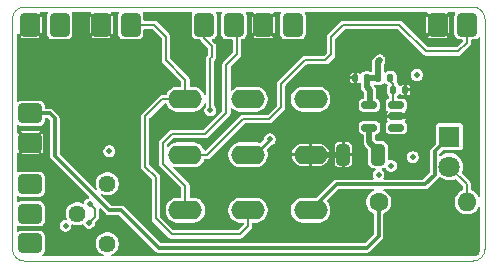
<source format=gbr>
%TF.GenerationSoftware,KiCad,Pcbnew,9.0.2*%
%TF.CreationDate,2025-10-05T19:26:47-07:00*%
%TF.ProjectId,3pdt-pwr-breakout-neg-V2,33706474-2d70-4777-922d-627265616b6f,rev?*%
%TF.SameCoordinates,PX2d4cae0PY8d9ee20*%
%TF.FileFunction,Copper,L1,Top*%
%TF.FilePolarity,Positive*%
%FSLAX46Y46*%
G04 Gerber Fmt 4.6, Leading zero omitted, Abs format (unit mm)*
G04 Created by KiCad (PCBNEW 9.0.2) date 2025-10-05 19:26:47*
%MOMM*%
%LPD*%
G01*
G04 APERTURE LIST*
G04 Aperture macros list*
%AMRoundRect*
0 Rectangle with rounded corners*
0 $1 Rounding radius*
0 $2 $3 $4 $5 $6 $7 $8 $9 X,Y pos of 4 corners*
0 Add a 4 corners polygon primitive as box body*
4,1,4,$2,$3,$4,$5,$6,$7,$8,$9,$2,$3,0*
0 Add four circle primitives for the rounded corners*
1,1,$1+$1,$2,$3*
1,1,$1+$1,$4,$5*
1,1,$1+$1,$6,$7*
1,1,$1+$1,$8,$9*
0 Add four rect primitives between the rounded corners*
20,1,$1+$1,$2,$3,$4,$5,0*
20,1,$1+$1,$4,$5,$6,$7,0*
20,1,$1+$1,$6,$7,$8,$9,0*
20,1,$1+$1,$8,$9,$2,$3,0*%
G04 Aperture macros list end*
%TA.AperFunction,SMDPad,CuDef*%
%ADD10RoundRect,0.140000X0.140000X0.170000X-0.140000X0.170000X-0.140000X-0.170000X0.140000X-0.170000X0*%
%TD*%
%TA.AperFunction,SMDPad,CuDef*%
%ADD11RoundRect,0.150000X0.512500X0.150000X-0.512500X0.150000X-0.512500X-0.150000X0.512500X-0.150000X0*%
%TD*%
%TA.AperFunction,SMDPad,CuDef*%
%ADD12RoundRect,0.135000X-0.135000X-0.185000X0.135000X-0.185000X0.135000X0.185000X-0.135000X0.185000X0*%
%TD*%
%TA.AperFunction,SMDPad,CuDef*%
%ADD13RoundRect,0.250000X0.325000X0.650000X-0.325000X0.650000X-0.325000X-0.650000X0.325000X-0.650000X0*%
%TD*%
%TA.AperFunction,ComponentPad*%
%ADD14O,2.850000X1.600000*%
%TD*%
%TA.AperFunction,ComponentPad*%
%ADD15R,1.800000X1.800000*%
%TD*%
%TA.AperFunction,ComponentPad*%
%ADD16C,1.800000*%
%TD*%
%TA.AperFunction,ComponentPad*%
%ADD17RoundRect,0.247500X0.727500X-0.577500X0.727500X0.577500X-0.727500X0.577500X-0.727500X-0.577500X0*%
%TD*%
%TA.AperFunction,ComponentPad*%
%ADD18RoundRect,0.247500X-0.727500X0.577500X-0.727500X-0.577500X0.727500X-0.577500X0.727500X0.577500X0*%
%TD*%
%TA.AperFunction,ComponentPad*%
%ADD19RoundRect,0.247500X-0.577500X-0.727500X0.577500X-0.727500X0.577500X0.727500X-0.577500X0.727500X0*%
%TD*%
%TA.AperFunction,ComponentPad*%
%ADD20C,1.600000*%
%TD*%
%TA.AperFunction,ComponentPad*%
%ADD21O,1.600000X1.600000*%
%TD*%
%TA.AperFunction,ComponentPad*%
%ADD22C,1.440000*%
%TD*%
%TA.AperFunction,ViaPad*%
%ADD23C,0.500000*%
%TD*%
%TA.AperFunction,Conductor*%
%ADD24C,0.200000*%
%TD*%
%TA.AperFunction,Conductor*%
%ADD25C,0.250000*%
%TD*%
%TA.AperFunction,Conductor*%
%ADD26C,0.500000*%
%TD*%
%TA.AperFunction,Conductor*%
%ADD27C,0.300000*%
%TD*%
%TA.AperFunction,Profile*%
%ADD28C,0.100000*%
%TD*%
G04 APERTURE END LIST*
D10*
%TO.P,C12,1*%
%TO.N,-9V*%
X30000000Y15500000D03*
%TO.P,C12,2*%
%TO.N,GND*%
X29040000Y15500000D03*
%TD*%
D11*
%TO.P,U4,1,NC*%
%TO.N,unconnected-(U4-NC-Pad1)*%
X32500000Y11300000D03*
%TO.P,U4,2,GND*%
%TO.N,GND*%
X32500000Y12250000D03*
%TO.P,U4,3,ADJ*%
%TO.N,Net-(U4-ADJ)*%
X32500000Y13200000D03*
%TO.P,U4,4,-OUT*%
%TO.N,-9V*%
X30225000Y13200000D03*
%TO.P,U4,5,-IN*%
%TO.N,-9V_PRE*%
X30225000Y11300000D03*
%TD*%
D12*
%TO.P,R11,1*%
%TO.N,-9V*%
X30980000Y15500000D03*
%TO.P,R11,2*%
%TO.N,Net-(U4-ADJ)*%
X32000000Y15500000D03*
%TD*%
%TO.P,R10,1*%
%TO.N,Net-(U4-ADJ)*%
X32250000Y14500000D03*
%TO.P,R10,2*%
%TO.N,GND*%
X33270000Y14500000D03*
%TD*%
D13*
%TO.P,C11,1*%
%TO.N,-9V_PRE*%
X30950000Y9000000D03*
%TO.P,C11,2*%
%TO.N,GND*%
X28000000Y9000000D03*
%TD*%
D14*
%TO.P,SW1,1,A*%
%TO.N,/IN*%
X14650000Y13700000D03*
%TO.P,SW1,2,B*%
%TO.N,/OUT*%
X14650000Y9000000D03*
%TO.P,SW1,3,C*%
%TO.N,/RETURN*%
X14650000Y4300000D03*
%TO.P,SW1,4,A*%
%TO.N,/GND_SW*%
X19950000Y13700000D03*
%TO.P,SW1,5,B*%
%TO.N,/SEND*%
X19950000Y9000000D03*
%TO.P,SW1,6,C*%
%TO.N,/IN*%
X19950000Y4300000D03*
%TO.P,SW1,7,A*%
%TO.N,/GND_SW*%
X25250000Y13700000D03*
%TO.P,SW1,8,B*%
%TO.N,GND*%
X25250000Y9000000D03*
%TO.P,SW1,9,C*%
%TO.N,/LED-*%
X25250000Y4300000D03*
%TD*%
D15*
%TO.P,D2,1,K*%
%TO.N,/LED-*%
X37000000Y10525000D03*
D16*
%TO.P,D2,2,A*%
%TO.N,/LED+*%
X37000000Y7985000D03*
%TD*%
D17*
%TO.P,WP13,1,1*%
%TO.N,/FB_A*%
X1500000Y4000000D03*
%TD*%
D18*
%TO.P,WP11,1,1*%
%TO.N,+9V*%
X1500000Y12500000D03*
%TD*%
D17*
%TO.P,WP14,1,1*%
%TO.N,Net-(R7-Pad1)*%
X1500000Y6500000D03*
%TD*%
D19*
%TO.P,WP8,1,1*%
%TO.N,/SEND*%
X16250000Y20000000D03*
%TD*%
D17*
%TO.P,WP15,1,1*%
%TO.N,Net-(R8-Pad1)*%
X1500000Y1500000D03*
%TD*%
D19*
%TO.P,WP5,1,1*%
%TO.N,/IN*%
X10000000Y20000000D03*
%TD*%
%TO.P,WP1,1,1*%
%TO.N,+9VIN*%
X4000000Y20000000D03*
%TD*%
%TO.P,WP7,1,1*%
%TO.N,/RETURN*%
X18750000Y20000000D03*
%TD*%
%TO.P,WP4,1,1*%
%TO.N,GND*%
X36000000Y20000000D03*
%TD*%
D20*
%TO.P,R1,1*%
%TO.N,+9V*%
X31000000Y5000000D03*
D21*
%TO.P,R1,2*%
%TO.N,/LED+*%
X38500000Y5000000D03*
%TD*%
D22*
%TO.P,RV1,1,1*%
%TO.N,/FB_A*%
X8040000Y1460000D03*
%TO.P,RV1,2,2*%
X5500000Y4000000D03*
%TO.P,RV1,3,3*%
%TO.N,/FB*%
X8040000Y6540000D03*
%TD*%
D19*
%TO.P,WP3,1,1*%
%TO.N,/OUT*%
X38500000Y20000000D03*
%TD*%
%TO.P,WP10,1,1*%
%TO.N,GND*%
X21250000Y20000000D03*
%TD*%
D18*
%TO.P,WP12,1,1*%
%TO.N,GND*%
X1500000Y10000000D03*
%TD*%
D19*
%TO.P,WP2,1,1*%
%TO.N,GND*%
X1500000Y20000000D03*
%TD*%
%TO.P,WP6,1,1*%
%TO.N,GND*%
X7500000Y20000000D03*
%TD*%
%TO.P,WP9,1,1*%
%TO.N,-9V*%
X23750000Y20000000D03*
%TD*%
D23*
%TO.N,GND*%
X29200000Y10200000D03*
%TO.N,-9V_PRE*%
X30225000Y10400000D03*
%TO.N,+4V5*%
X4500000Y3000000D03*
X33900000Y8800000D03*
X31000000Y7300000D03*
X32061283Y8059236D03*
X8200000Y9300000D03*
%TO.N,GND*%
X4800000Y9700000D03*
X6400000Y7500000D03*
%TO.N,-9V*%
X31085000Y17000000D03*
%TO.N,-9V_PRE*%
X34250000Y15750000D03*
%TO.N,GND*%
X17500000Y13750000D03*
X33250000Y750000D03*
X18800000Y2900000D03*
X9600000Y800000D03*
X10250000Y14000000D03*
X35750000Y12250000D03*
X22500000Y2900000D03*
X13750000Y3000000D03*
X12000000Y9000000D03*
X39250000Y6250000D03*
X28400000Y2400000D03*
X14250000Y18000000D03*
X7000000Y14250000D03*
X2500000Y18250000D03*
X29500000Y14000000D03*
X39250000Y10250000D03*
X9250000Y5750000D03*
X11500000Y3000000D03*
X10250000Y16000000D03*
X34000000Y12250000D03*
X29200000Y12400000D03*
X3250000Y13500000D03*
X22500000Y4250000D03*
X29500000Y16250000D03*
X39250000Y8250000D03*
X17500000Y11000000D03*
X17500000Y9000000D03*
X39250000Y12250000D03*
X8250000Y18000000D03*
X6500000Y11750000D03*
X39250000Y2750000D03*
X10250000Y18000000D03*
X35200000Y16200000D03*
X12000000Y15000000D03*
X10250000Y12000000D03*
X20000000Y6500000D03*
X11500000Y6250000D03*
X18500000Y12000000D03*
X39250000Y17000000D03*
X3750000Y5250000D03*
X3000000Y750000D03*
X31250000Y750000D03*
X25250000Y6750000D03*
X27750000Y18000000D03*
X2500000Y16500000D03*
X12750000Y6250000D03*
X32500000Y17500000D03*
X26250000Y18000000D03*
X16250000Y12000000D03*
X9000000Y3000000D03*
X22250000Y18000000D03*
X35250000Y750000D03*
X24250000Y15250000D03*
X24250000Y18000000D03*
X12250000Y18000000D03*
X22000000Y14750000D03*
X12000000Y11000000D03*
X25250000Y11500000D03*
X37250000Y12250000D03*
X29500000Y18000000D03*
X10250000Y10000000D03*
X16250000Y18000000D03*
X20250000Y18000000D03*
X39250000Y18000000D03*
X22500000Y9000000D03*
X39000000Y1000000D03*
X25200000Y2400000D03*
X5600000Y5500000D03*
X29500000Y8000000D03*
X26250000Y16000000D03*
X18250000Y18000000D03*
X3000000Y2500000D03*
X37250000Y750000D03*
%TO.N,/SEND*%
X16750000Y12750000D03*
X21800000Y10300000D03*
%TO.N,/FB*%
X6500000Y3250000D03*
X6553217Y4825000D03*
%TO.N,GND*%
X35012749Y7500000D03*
%TD*%
D24*
%TO.N,/SEND*%
X16250000Y18850000D02*
X16250000Y20000000D01*
X16900000Y17300000D02*
X16900000Y18200000D01*
X16900000Y18200000D02*
X16250000Y18850000D01*
X16750000Y17150000D02*
X16900000Y17300000D01*
X16750000Y12750000D02*
X16750000Y17150000D01*
D25*
X20500000Y9000000D02*
X19950000Y9000000D01*
X21800000Y10300000D02*
X20500000Y9000000D01*
D26*
%TO.N,-9V_PRE*%
X30950000Y9350000D02*
X30950000Y9000000D01*
X30225000Y10400000D02*
X30225000Y11300000D01*
X30225000Y10400000D02*
X30225000Y10075000D01*
X30225000Y10075000D02*
X30950000Y9350000D01*
X31000000Y9050000D02*
X30950000Y9000000D01*
X31000000Y9562075D02*
X31000000Y9050000D01*
D27*
%TO.N,+9V*%
X31000000Y2100000D02*
X31000000Y5000000D01*
X30000000Y1100000D02*
X31000000Y2100000D01*
X9200000Y4300000D02*
X12400000Y1100000D01*
X8200000Y4300000D02*
X9200000Y4300000D01*
X3600000Y8900000D02*
X8200000Y4300000D01*
X3170654Y12500000D02*
X3600000Y12070654D01*
X12400000Y1100000D02*
X30000000Y1100000D01*
X1500000Y12500000D02*
X3170654Y12500000D01*
X3600000Y12070654D02*
X3600000Y8900000D01*
%TO.N,/LED-*%
X35750000Y7316597D02*
X35750000Y9275000D01*
X34933403Y6500000D02*
X35750000Y7316597D01*
X27450000Y6500000D02*
X34933403Y6500000D01*
X25250000Y4300000D02*
X27450000Y6500000D01*
X35750000Y9275000D02*
X37000000Y10525000D01*
D26*
%TO.N,GND*%
X28000000Y9000000D02*
X25250000Y9000000D01*
%TO.N,-9V*%
X30000000Y14750000D02*
X30000000Y15500000D01*
X30251000Y14499000D02*
X30000000Y14750000D01*
X30251000Y13226000D02*
X30251000Y14499000D01*
X30000000Y15500000D02*
X30980000Y15500000D01*
X30980000Y15500000D02*
X30980000Y16895000D01*
X30225000Y13200000D02*
X30251000Y13226000D01*
X30980000Y16895000D02*
X31085000Y17000000D01*
D24*
%TO.N,Net-(U4-ADJ)*%
X32250000Y15000000D02*
X32000000Y15250000D01*
X32250000Y14250000D02*
X32250000Y15000000D01*
X32250000Y13450000D02*
X32500000Y13200000D01*
X32250000Y14250000D02*
X32250000Y13450000D01*
D26*
%TO.N,GND*%
X34000000Y12250000D02*
X32500000Y12250000D01*
D24*
%TO.N,/OUT*%
X37750000Y17750000D02*
X38500000Y18500000D01*
X35000000Y17750000D02*
X37750000Y17750000D01*
X32750000Y20000000D02*
X35000000Y17750000D01*
X28000000Y20000000D02*
X32750000Y20000000D01*
X27000000Y19000000D02*
X28000000Y20000000D01*
X27000000Y17500000D02*
X27000000Y19000000D01*
X38500000Y18500000D02*
X38500000Y20000000D01*
X22750000Y13000000D02*
X22750000Y15000000D01*
X22750000Y15000000D02*
X24750000Y17000000D01*
X26500000Y17000000D02*
X27000000Y17500000D01*
X21750000Y12000000D02*
X22750000Y13000000D01*
X16500000Y9000000D02*
X19500000Y12000000D01*
X19500000Y12000000D02*
X21750000Y12000000D01*
X14650000Y9000000D02*
X16500000Y9000000D01*
X24750000Y17000000D02*
X26500000Y17000000D01*
%TO.N,/LED+*%
X37000000Y7985000D02*
X38485000Y6500000D01*
X38500000Y6500000D02*
X38500000Y5000000D01*
X38485000Y6500000D02*
X38500000Y6500000D01*
%TO.N,/IN*%
X13000000Y17000000D02*
X14650000Y15350000D01*
X14650000Y15350000D02*
X14650000Y13700000D01*
X19950000Y3700000D02*
X19950000Y2950000D01*
X12700000Y13700000D02*
X14650000Y13700000D01*
X12125000Y7125000D02*
X11250000Y8000000D01*
X13000000Y19000000D02*
X13000000Y17000000D01*
X11250000Y8000000D02*
X11250000Y12250000D01*
X19250000Y2250000D02*
X13500000Y2250000D01*
X11250000Y12250000D02*
X12700000Y13700000D01*
D25*
X19950000Y4300000D02*
X19950000Y3700000D01*
D24*
X13500000Y2250000D02*
X12125000Y3625000D01*
X12000000Y20000000D02*
X13000000Y19000000D01*
X19950000Y2950000D02*
X19250000Y2250000D01*
X12125000Y3625000D02*
X12125000Y7125000D01*
X10000000Y20000000D02*
X12000000Y20000000D01*
%TO.N,/RETURN*%
X18750000Y20000000D02*
X18250000Y20000000D01*
X16312500Y10750000D02*
X18120317Y12557817D01*
X13500000Y10750000D02*
X16312500Y10750000D01*
X19000000Y19750000D02*
X18750000Y20000000D01*
X18120317Y12557817D02*
X18120317Y16620317D01*
X19000000Y17500000D02*
X19000000Y19750000D01*
X12750000Y10000000D02*
X13500000Y10750000D01*
X14650000Y6350000D02*
X12750000Y8250000D01*
X14650000Y4300000D02*
X14650000Y6350000D01*
X12750000Y8250000D02*
X12750000Y10000000D01*
X18120317Y16620317D02*
X19000000Y17500000D01*
%TO.N,/FB*%
X7000000Y3750000D02*
X6500000Y3250000D01*
X6553217Y4825000D02*
X7000000Y4378217D01*
X7000000Y4378217D02*
X7000000Y3750000D01*
%TD*%
%TA.AperFunction,Conductor*%
%TO.N,GND*%
G36*
X3026435Y12077826D02*
G01*
X3177826Y11926435D01*
X3199500Y11874109D01*
X3199500Y8952727D01*
X3199500Y8847273D01*
X3222200Y8762554D01*
X3226793Y8745412D01*
X3226795Y8745408D01*
X3279517Y8654091D01*
X3279518Y8654090D01*
X3279520Y8654087D01*
X4922107Y7011500D01*
X6491951Y5441656D01*
X6513625Y5389330D01*
X6491951Y5337004D01*
X6458778Y5317852D01*
X6360035Y5291394D01*
X6360026Y5291390D01*
X6245902Y5225500D01*
X6152717Y5132315D01*
X6086827Y5018191D01*
X6086823Y5018182D01*
X6057824Y4909955D01*
X6023346Y4865022D01*
X5967193Y4857630D01*
X5958028Y4860741D01*
X5783088Y4933203D01*
X5783078Y4933206D01*
X5657518Y4958181D01*
X5595586Y4970500D01*
X5404414Y4970500D01*
X5351260Y4959928D01*
X5216921Y4933206D01*
X5216911Y4933203D01*
X5040296Y4860047D01*
X4881342Y4753838D01*
X4881341Y4753836D01*
X4746164Y4618659D01*
X4746162Y4618658D01*
X4639953Y4459704D01*
X4566797Y4283089D01*
X4566794Y4283079D01*
X4547091Y4184023D01*
X4529500Y4095586D01*
X4529500Y3904414D01*
X4534789Y3877826D01*
X4566794Y3716922D01*
X4566797Y3716912D01*
X4614056Y3602818D01*
X4614056Y3546181D01*
X4574007Y3506133D01*
X4545689Y3500500D01*
X4434106Y3500500D01*
X4306818Y3466394D01*
X4306809Y3466390D01*
X4192685Y3400500D01*
X4099500Y3307315D01*
X4033610Y3193191D01*
X4033606Y3193182D01*
X3999500Y3065895D01*
X3999500Y2934106D01*
X4033606Y2806819D01*
X4033610Y2806810D01*
X4075193Y2734787D01*
X4099500Y2692686D01*
X4192686Y2599500D01*
X4306814Y2533608D01*
X4434105Y2499501D01*
X4434106Y2499500D01*
X4434108Y2499500D01*
X4565894Y2499500D01*
X4565894Y2499501D01*
X4693186Y2533608D01*
X4807314Y2599500D01*
X4900500Y2692686D01*
X4966392Y2806814D01*
X5000499Y2934106D01*
X5000500Y2934106D01*
X5000500Y3045690D01*
X5022174Y3098016D01*
X5074500Y3119690D01*
X5102815Y3114058D01*
X5216916Y3066796D01*
X5216920Y3066796D01*
X5216921Y3066795D01*
X5217198Y3066740D01*
X5404414Y3029500D01*
X5404416Y3029500D01*
X5595584Y3029500D01*
X5595586Y3029500D01*
X5783084Y3066796D01*
X5928215Y3126911D01*
X5984852Y3126911D01*
X6024900Y3086863D01*
X6028011Y3077699D01*
X6033607Y3056816D01*
X6033608Y3056813D01*
X6099500Y2942686D01*
X6192686Y2849500D01*
X6306814Y2783608D01*
X6434105Y2749501D01*
X6434106Y2749500D01*
X6434108Y2749500D01*
X6565894Y2749500D01*
X6565894Y2749501D01*
X6693186Y2783608D01*
X6807314Y2849500D01*
X6900500Y2942686D01*
X6966392Y3056814D01*
X7000499Y3184106D01*
X7000500Y3184106D01*
X7000500Y3224166D01*
X7022174Y3276492D01*
X7146182Y3400500D01*
X7280470Y3534788D01*
X7326614Y3614712D01*
X7350499Y3703854D01*
X7350500Y3703854D01*
X7350500Y4404455D01*
X7372174Y4456781D01*
X7424500Y4478455D01*
X7476826Y4456781D01*
X7879519Y4054088D01*
X7879520Y4054087D01*
X7954087Y3979520D01*
X8045413Y3926793D01*
X8147270Y3899501D01*
X8147271Y3899500D01*
X8147273Y3899500D01*
X8252727Y3899500D01*
X9003455Y3899500D01*
X9055781Y3877826D01*
X12079519Y854088D01*
X12079520Y854087D01*
X12154087Y779520D01*
X12245413Y726793D01*
X12347270Y699501D01*
X12347271Y699500D01*
X12347273Y699500D01*
X30052726Y699500D01*
X30052727Y699500D01*
X30154588Y726793D01*
X30245913Y779520D01*
X31245910Y1779519D01*
X31245913Y1779520D01*
X31320480Y1854087D01*
X31373207Y1945413D01*
X31379669Y1969530D01*
X31400501Y2047273D01*
X31400501Y2152727D01*
X31400501Y2157256D01*
X31400500Y2157274D01*
X31400500Y3979395D01*
X31422174Y4031721D01*
X31446182Y4047762D01*
X31461452Y4054087D01*
X31497598Y4069059D01*
X31669655Y4184023D01*
X31815977Y4330345D01*
X31930941Y4502402D01*
X32010130Y4693580D01*
X32050500Y4896535D01*
X32050500Y5103465D01*
X32010130Y5306420D01*
X31930941Y5497598D01*
X31815977Y5669655D01*
X31669655Y5815977D01*
X31497598Y5930941D01*
X31434364Y5957134D01*
X31394317Y5997182D01*
X31394317Y6053819D01*
X31434366Y6093867D01*
X31462684Y6099500D01*
X34986129Y6099500D01*
X34986130Y6099500D01*
X35087991Y6126793D01*
X35179316Y6179520D01*
X35995910Y6996116D01*
X35995913Y6996117D01*
X36070480Y7070684D01*
X36101608Y7124601D01*
X36146541Y7159078D01*
X36202694Y7151686D01*
X36218020Y7139926D01*
X36250499Y7107447D01*
X36397006Y7001004D01*
X36558361Y6918789D01*
X36558364Y6918788D01*
X36558363Y6918788D01*
X36730580Y6862832D01*
X36730586Y6862831D01*
X36730591Y6862829D01*
X36849833Y6843943D01*
X36909453Y6834500D01*
X36909454Y6834500D01*
X37090547Y6834500D01*
X37135261Y6841583D01*
X37269409Y6862829D01*
X37269416Y6862832D01*
X37269419Y6862832D01*
X37385350Y6900500D01*
X37441639Y6918789D01*
X37479118Y6937887D01*
X37535581Y6942330D01*
X37565040Y6924278D01*
X38127826Y6361492D01*
X38149500Y6309166D01*
X38149500Y6041317D01*
X38127826Y5988991D01*
X38103819Y5972950D01*
X38002405Y5930943D01*
X37830345Y5815978D01*
X37830344Y5815976D01*
X37684024Y5669656D01*
X37684022Y5669655D01*
X37569059Y5497599D01*
X37489870Y5306421D01*
X37489868Y5306414D01*
X37455238Y5132314D01*
X37449500Y5103465D01*
X37449500Y4896535D01*
X37452811Y4879890D01*
X37489868Y4693587D01*
X37489870Y4693580D01*
X37569059Y4502402D01*
X37634504Y4404455D01*
X37684023Y4330345D01*
X37830345Y4184023D01*
X38002402Y4069059D01*
X38193580Y3989870D01*
X38396535Y3949500D01*
X38396536Y3949500D01*
X38603464Y3949500D01*
X38603465Y3949500D01*
X38806420Y3989870D01*
X38997598Y4069059D01*
X39169655Y4184023D01*
X39315977Y4330345D01*
X39430941Y4502402D01*
X39457133Y4565636D01*
X39497181Y4605684D01*
X39553818Y4605684D01*
X39593867Y4565636D01*
X39599500Y4537317D01*
X39599500Y1004160D01*
X39599035Y995874D01*
X39585402Y874880D01*
X39581714Y858725D01*
X39542885Y747760D01*
X39535696Y732831D01*
X39473144Y633279D01*
X39462812Y620323D01*
X39379677Y537188D01*
X39366721Y526856D01*
X39267169Y464304D01*
X39252240Y457115D01*
X39162670Y425773D01*
X39141273Y418286D01*
X39125120Y414598D01*
X39004127Y400965D01*
X38995841Y400500D01*
X8390201Y400500D01*
X8337875Y422174D01*
X8316201Y474500D01*
X8337875Y526826D01*
X8361883Y542867D01*
X8499704Y599954D01*
X8658658Y706163D01*
X8793837Y841342D01*
X8900046Y1000296D01*
X8973204Y1176916D01*
X9010500Y1364414D01*
X9010500Y1555586D01*
X8973204Y1743084D01*
X8900046Y1919704D01*
X8793837Y2078658D01*
X8658658Y2213837D01*
X8580751Y2265893D01*
X8499703Y2320047D01*
X8323088Y2393203D01*
X8323078Y2393206D01*
X8197518Y2418181D01*
X8135586Y2430500D01*
X7944414Y2430500D01*
X7891260Y2419928D01*
X7756921Y2393206D01*
X7756911Y2393203D01*
X7580296Y2320047D01*
X7421342Y2213838D01*
X7421341Y2213836D01*
X7286164Y2078659D01*
X7286162Y2078658D01*
X7179953Y1919704D01*
X7106797Y1743089D01*
X7106794Y1743079D01*
X7069500Y1555585D01*
X7069500Y1364416D01*
X7106794Y1176922D01*
X7106797Y1176912D01*
X7179953Y1000297D01*
X7286162Y841343D01*
X7421342Y706163D01*
X7580296Y599954D01*
X7718117Y542867D01*
X7758166Y502819D01*
X7758166Y446182D01*
X7718118Y406133D01*
X7689799Y400500D01*
X2583524Y400500D01*
X2531198Y422174D01*
X2509524Y474500D01*
X2531198Y526826D01*
X2539177Y533740D01*
X2543783Y537188D01*
X2583260Y566740D01*
X2669079Y681380D01*
X2675838Y699500D01*
X2705683Y779521D01*
X2719123Y815554D01*
X2725500Y874868D01*
X2725500Y2125132D01*
X2719123Y2184446D01*
X2688745Y2265893D01*
X2669080Y2318619D01*
X2669079Y2318620D01*
X2583260Y2433260D01*
X2468620Y2519079D01*
X2468619Y2519080D01*
X2468618Y2519081D01*
X2334450Y2569122D01*
X2334447Y2569123D01*
X2334446Y2569123D01*
X2304789Y2572312D01*
X2275133Y2575500D01*
X2275132Y2575500D01*
X724868Y2575500D01*
X724867Y2575500D01*
X665554Y2569123D01*
X665549Y2569122D01*
X531381Y2519081D01*
X531380Y2519080D01*
X518847Y2509697D01*
X463969Y2495690D01*
X415260Y2524590D01*
X400500Y2568937D01*
X400500Y2931064D01*
X422174Y2983390D01*
X474500Y3005064D01*
X518849Y2990302D01*
X531379Y2980921D01*
X531381Y2980920D01*
X633893Y2942686D01*
X665554Y2930877D01*
X719109Y2925120D01*
X724867Y2924500D01*
X724868Y2924500D01*
X2275133Y2924500D01*
X2280381Y2925065D01*
X2334446Y2930877D01*
X2423895Y2964240D01*
X2468618Y2980920D01*
X2468618Y2980921D01*
X2468620Y2980921D01*
X2583260Y3066740D01*
X2669079Y3181380D01*
X2670097Y3184108D01*
X2696470Y3254818D01*
X2719123Y3315554D01*
X2725500Y3374868D01*
X2725500Y4625132D01*
X2719123Y4684446D01*
X2693242Y4753837D01*
X2669080Y4818619D01*
X2669079Y4818620D01*
X2639876Y4857630D01*
X2583260Y4933260D01*
X2481153Y5009697D01*
X2468619Y5019080D01*
X2468618Y5019081D01*
X2334450Y5069122D01*
X2334447Y5069123D01*
X2334446Y5069123D01*
X2304789Y5072312D01*
X2275133Y5075500D01*
X2275132Y5075500D01*
X724868Y5075500D01*
X724867Y5075500D01*
X665554Y5069123D01*
X665549Y5069122D01*
X531381Y5019081D01*
X531380Y5019080D01*
X518847Y5009697D01*
X463969Y4995690D01*
X415260Y5024590D01*
X400500Y5068937D01*
X400500Y5431064D01*
X422174Y5483390D01*
X474500Y5505064D01*
X518849Y5490302D01*
X531379Y5480921D01*
X531381Y5480920D01*
X636654Y5441656D01*
X665554Y5430877D01*
X719109Y5425120D01*
X724867Y5424500D01*
X724868Y5424500D01*
X2275133Y5424500D01*
X2280381Y5425065D01*
X2334446Y5430877D01*
X2423895Y5464240D01*
X2468618Y5480920D01*
X2468618Y5480921D01*
X2468620Y5480921D01*
X2583260Y5566740D01*
X2669079Y5681380D01*
X2719123Y5815554D01*
X2725500Y5874868D01*
X2725500Y7125132D01*
X2719123Y7184446D01*
X2685123Y7275605D01*
X2669080Y7318619D01*
X2669079Y7318620D01*
X2652915Y7340212D01*
X2583260Y7433260D01*
X2468620Y7519079D01*
X2468619Y7519080D01*
X2468618Y7519081D01*
X2334450Y7569122D01*
X2334447Y7569123D01*
X2334446Y7569123D01*
X2304789Y7572312D01*
X2275133Y7575500D01*
X2275132Y7575500D01*
X724868Y7575500D01*
X724867Y7575500D01*
X665554Y7569123D01*
X665549Y7569122D01*
X531381Y7519081D01*
X531380Y7519080D01*
X518847Y7509697D01*
X463969Y7495690D01*
X415260Y7524590D01*
X400500Y7568937D01*
X400500Y9080813D01*
X422174Y9133139D01*
X474500Y9154813D01*
X478037Y9154813D01*
X1087571Y9764348D01*
X1119905Y9708343D01*
X1208343Y9619905D01*
X1264346Y9587572D01*
X707167Y9030393D01*
X741215Y9025000D01*
X2258783Y9025000D01*
X2292830Y9030394D01*
X1735652Y9587572D01*
X1791657Y9619905D01*
X1880095Y9708343D01*
X1912428Y9764348D01*
X2521963Y9154813D01*
X2553092Y9185943D01*
X2610257Y9298135D01*
X2625000Y9391216D01*
X2625000Y10608785D01*
X2610257Y10701866D01*
X2553092Y10814058D01*
X2521963Y10845187D01*
X1912428Y10235653D01*
X1880095Y10291657D01*
X1791657Y10380095D01*
X1735651Y10412430D01*
X2292830Y10969608D01*
X2292830Y10969609D01*
X2258786Y10975000D01*
X741215Y10975000D01*
X707168Y10969609D01*
X707168Y10969608D01*
X1264347Y10412429D01*
X1208343Y10380095D01*
X1119905Y10291657D01*
X1087571Y10235653D01*
X478037Y10845187D01*
X474500Y10845187D01*
X422174Y10866861D01*
X400500Y10919187D01*
X400500Y11431064D01*
X422174Y11483390D01*
X474500Y11505064D01*
X518849Y11490302D01*
X531379Y11480921D01*
X531381Y11480920D01*
X641764Y11439751D01*
X665554Y11430877D01*
X719109Y11425120D01*
X724867Y11424500D01*
X724868Y11424500D01*
X2275133Y11424500D01*
X2280381Y11425065D01*
X2334446Y11430877D01*
X2423895Y11464240D01*
X2468618Y11480920D01*
X2468618Y11480921D01*
X2468620Y11480921D01*
X2583260Y11566740D01*
X2669079Y11681380D01*
X2671677Y11688344D01*
X2710089Y11791333D01*
X2719123Y11815554D01*
X2725500Y11874868D01*
X2725500Y12025500D01*
X2747174Y12077826D01*
X2799500Y12099500D01*
X2974109Y12099500D01*
X3026435Y12077826D01*
G37*
%TD.AperFunction*%
%TA.AperFunction,Conductor*%
G36*
X2983389Y21077826D02*
G01*
X3005063Y21025500D01*
X2990303Y20981153D01*
X2980920Y20968620D01*
X2980919Y20968619D01*
X2930878Y20834451D01*
X2930877Y20834446D01*
X2924500Y20775133D01*
X2924500Y19224868D01*
X2930877Y19165555D01*
X2930878Y19165550D01*
X2980919Y19031382D01*
X2980920Y19031381D01*
X2980921Y19031380D01*
X3066740Y18916740D01*
X3102804Y18889743D01*
X3181380Y18830921D01*
X3181381Y18830920D01*
X3291764Y18789751D01*
X3315554Y18780877D01*
X3369109Y18775120D01*
X3374867Y18774500D01*
X3374868Y18774500D01*
X4625133Y18774500D01*
X4630381Y18775065D01*
X4684446Y18780877D01*
X4800509Y18824166D01*
X4818618Y18830920D01*
X4818618Y18830921D01*
X4818620Y18830921D01*
X4933260Y18916740D01*
X5019079Y19031380D01*
X5019216Y19031749D01*
X5020263Y19034552D01*
X5020263Y19034553D01*
X5057833Y19135285D01*
X5069123Y19165554D01*
X5075500Y19224868D01*
X5075500Y20775132D01*
X5069123Y20834446D01*
X5054452Y20873782D01*
X5019080Y20968619D01*
X5019079Y20968620D01*
X5009697Y20981153D01*
X4995690Y21036031D01*
X5024590Y21084740D01*
X5068937Y21099500D01*
X6580813Y21099500D01*
X6633139Y21077826D01*
X6654813Y21025500D01*
X6654813Y21021963D01*
X7264347Y20412429D01*
X7208343Y20380095D01*
X7119905Y20291657D01*
X7087571Y20235653D01*
X6530392Y20792832D01*
X6530391Y20792832D01*
X6525000Y20758786D01*
X6525000Y19241214D01*
X6530391Y19207170D01*
X6530392Y19207170D01*
X7087570Y19764349D01*
X7119905Y19708343D01*
X7208343Y19619905D01*
X7264347Y19587572D01*
X6654813Y18978037D01*
X6685942Y18946908D01*
X6798134Y18889743D01*
X6891215Y18875000D01*
X8108785Y18875000D01*
X8201865Y18889743D01*
X8314057Y18946908D01*
X8345187Y18978037D01*
X7735652Y19587572D01*
X7791657Y19619905D01*
X7880095Y19708343D01*
X7912428Y19764348D01*
X8469606Y19207170D01*
X8475000Y19241217D01*
X8475000Y20758785D01*
X8469607Y20792833D01*
X7912428Y20235654D01*
X7880095Y20291657D01*
X7791657Y20380095D01*
X7735652Y20412429D01*
X8345187Y21021963D01*
X8345187Y21025500D01*
X8366861Y21077826D01*
X8419187Y21099500D01*
X8931063Y21099500D01*
X8983389Y21077826D01*
X9005063Y21025500D01*
X8990303Y20981153D01*
X8980920Y20968620D01*
X8980919Y20968619D01*
X8930878Y20834451D01*
X8930877Y20834446D01*
X8924500Y20775133D01*
X8924500Y19224868D01*
X8930877Y19165555D01*
X8930878Y19165550D01*
X8980919Y19031382D01*
X8980920Y19031381D01*
X8980921Y19031380D01*
X9066740Y18916740D01*
X9102804Y18889743D01*
X9181380Y18830921D01*
X9181381Y18830920D01*
X9291764Y18789751D01*
X9315554Y18780877D01*
X9369109Y18775120D01*
X9374867Y18774500D01*
X9374868Y18774500D01*
X10625133Y18774500D01*
X10630381Y18775065D01*
X10684446Y18780877D01*
X10800509Y18824166D01*
X10818618Y18830920D01*
X10818618Y18830921D01*
X10818620Y18830921D01*
X10933260Y18916740D01*
X11019079Y19031380D01*
X11020263Y19034553D01*
X11057833Y19135285D01*
X11069123Y19165554D01*
X11075500Y19224868D01*
X11075500Y19575500D01*
X11097174Y19627826D01*
X11149500Y19649500D01*
X11824166Y19649500D01*
X11876492Y19627826D01*
X12627826Y18876492D01*
X12649500Y18824166D01*
X12649500Y16953855D01*
X12654791Y16934110D01*
X12654791Y16934108D01*
X12673384Y16864717D01*
X12673386Y16864712D01*
X12719530Y16784788D01*
X13503818Y16000500D01*
X14277826Y15226493D01*
X14299500Y15174167D01*
X14299500Y14824500D01*
X14277826Y14772174D01*
X14225500Y14750500D01*
X13921535Y14750500D01*
X13881385Y14742514D01*
X13718586Y14710132D01*
X13718579Y14710130D01*
X13527401Y14630941D01*
X13355345Y14515978D01*
X13355344Y14515976D01*
X13209024Y14369656D01*
X13209022Y14369655D01*
X13094058Y14197598D01*
X13052051Y14096182D01*
X13012003Y14056133D01*
X12983684Y14050500D01*
X12653856Y14050500D01*
X12595217Y14034788D01*
X12595216Y14034789D01*
X12564715Y14026615D01*
X12564711Y14026614D01*
X12484787Y13980470D01*
X10969528Y12465210D01*
X10931591Y12399500D01*
X10923387Y12385291D01*
X10923384Y12385284D01*
X10899500Y12296147D01*
X10899500Y7953854D01*
X10912280Y7906160D01*
X10912280Y7906159D01*
X10923384Y7864717D01*
X10923386Y7864712D01*
X10969530Y7784788D01*
X11752826Y7001492D01*
X11774500Y6949166D01*
X11774500Y3578857D01*
X11786307Y3534789D01*
X11793986Y3506133D01*
X11798386Y3489712D01*
X11844530Y3409788D01*
X13284788Y1969530D01*
X13364712Y1923386D01*
X13364713Y1923386D01*
X13364715Y1923385D01*
X13378453Y1919704D01*
X13453853Y1899501D01*
X13453854Y1899500D01*
X13453856Y1899500D01*
X19296146Y1899500D01*
X19296146Y1899501D01*
X19385288Y1923386D01*
X19465212Y1969530D01*
X20230469Y2734787D01*
X20276614Y2814712D01*
X20285935Y2849500D01*
X20300500Y2903856D01*
X20300500Y3175500D01*
X20322174Y3227826D01*
X20374500Y3249500D01*
X20678464Y3249500D01*
X20678465Y3249500D01*
X20881420Y3289870D01*
X21072598Y3369059D01*
X21244655Y3484023D01*
X21390977Y3630345D01*
X21505941Y3802402D01*
X21585130Y3993580D01*
X21625500Y4196535D01*
X21625500Y4403465D01*
X21585130Y4606420D01*
X21505941Y4797598D01*
X21390977Y4969655D01*
X21244655Y5115977D01*
X21231980Y5124446D01*
X21072598Y5230941D01*
X20881420Y5310130D01*
X20881413Y5310132D01*
X20728516Y5340545D01*
X20678465Y5350500D01*
X19221535Y5350500D01*
X19181385Y5342514D01*
X19018586Y5310132D01*
X19018579Y5310130D01*
X18827401Y5230941D01*
X18655345Y5115978D01*
X18655344Y5115976D01*
X18509024Y4969656D01*
X18509022Y4969655D01*
X18394059Y4797599D01*
X18314870Y4606421D01*
X18314868Y4606414D01*
X18274500Y4403465D01*
X18274500Y4196536D01*
X18314868Y3993587D01*
X18314870Y3993580D01*
X18394059Y3802402D01*
X18451178Y3716916D01*
X18509023Y3630345D01*
X18655345Y3484023D01*
X18827402Y3369059D01*
X19018580Y3289870D01*
X19221535Y3249500D01*
X19525500Y3249500D01*
X19577826Y3227826D01*
X19599500Y3175500D01*
X19599500Y3125834D01*
X19577826Y3073508D01*
X19126492Y2622174D01*
X19074166Y2600500D01*
X13675834Y2600500D01*
X13623508Y2622174D01*
X12497174Y3748508D01*
X12475500Y3800834D01*
X12475500Y7171146D01*
X12475499Y7171147D01*
X12451615Y7260285D01*
X12451612Y7260293D01*
X12442771Y7275605D01*
X12442770Y7275606D01*
X12432244Y7293838D01*
X12405470Y7340212D01*
X11622174Y8123508D01*
X11600500Y8175834D01*
X11600500Y12074166D01*
X11622174Y12126492D01*
X12823508Y13327826D01*
X12875834Y13349500D01*
X12983684Y13349500D01*
X13036010Y13327826D01*
X13052051Y13303818D01*
X13094058Y13202403D01*
X13170817Y13087525D01*
X13209023Y13030345D01*
X13355345Y12884023D01*
X13527402Y12769059D01*
X13718580Y12689870D01*
X13921535Y12649500D01*
X13921536Y12649500D01*
X15378464Y12649500D01*
X15378465Y12649500D01*
X15581420Y12689870D01*
X15772598Y12769059D01*
X15944655Y12884023D01*
X16090977Y13030345D01*
X16205941Y13202402D01*
X16257133Y13325991D01*
X16297181Y13366039D01*
X16353818Y13366039D01*
X16393867Y13325991D01*
X16399500Y13297672D01*
X16399500Y13137966D01*
X16377826Y13085640D01*
X16349500Y13057315D01*
X16283610Y12943191D01*
X16283606Y12943182D01*
X16249500Y12815895D01*
X16249500Y12684106D01*
X16283606Y12556819D01*
X16283607Y12556816D01*
X16283608Y12556814D01*
X16349500Y12442686D01*
X16442686Y12349500D01*
X16556814Y12283608D01*
X16684105Y12249501D01*
X16684106Y12249500D01*
X16684108Y12249500D01*
X16815894Y12249500D01*
X16815894Y12249501D01*
X16943186Y12283608D01*
X17057314Y12349500D01*
X17150500Y12442686D01*
X17216392Y12556814D01*
X17250499Y12684106D01*
X17250500Y12684106D01*
X17250500Y12815894D01*
X17250499Y12815895D01*
X17249270Y12820480D01*
X17216392Y12943186D01*
X17150500Y13057314D01*
X17122174Y13085640D01*
X17100500Y13137966D01*
X17100500Y16974166D01*
X17122174Y17026492D01*
X17180470Y17084788D01*
X17226614Y17164712D01*
X17228938Y17173386D01*
X17250500Y17253856D01*
X17250500Y18246144D01*
X17250500Y18246146D01*
X17250499Y18246147D01*
X17226615Y18335285D01*
X17226613Y18335290D01*
X17209626Y18364712D01*
X17180469Y18415213D01*
X16928727Y18666955D01*
X16907053Y18719281D01*
X16928727Y18771607D01*
X16955193Y18788615D01*
X17068618Y18830920D01*
X17068618Y18830921D01*
X17068620Y18830921D01*
X17183260Y18916740D01*
X17269079Y19031380D01*
X17270263Y19034553D01*
X17307833Y19135285D01*
X17319123Y19165554D01*
X17325500Y19224868D01*
X17325500Y20775132D01*
X17319123Y20834446D01*
X17304452Y20873782D01*
X17269080Y20968619D01*
X17269079Y20968620D01*
X17259697Y20981153D01*
X17245690Y21036031D01*
X17274590Y21084740D01*
X17318937Y21099500D01*
X17681063Y21099500D01*
X17733389Y21077826D01*
X17755063Y21025500D01*
X17740303Y20981153D01*
X17730920Y20968620D01*
X17730919Y20968619D01*
X17680878Y20834451D01*
X17680877Y20834446D01*
X17674500Y20775133D01*
X17674500Y19224868D01*
X17680877Y19165555D01*
X17680878Y19165550D01*
X17730919Y19031382D01*
X17730920Y19031381D01*
X17730921Y19031380D01*
X17816740Y18916740D01*
X17852804Y18889743D01*
X17931380Y18830921D01*
X17931381Y18830920D01*
X18041764Y18789751D01*
X18065554Y18780877D01*
X18119109Y18775120D01*
X18124867Y18774500D01*
X18124868Y18774500D01*
X18575500Y18774500D01*
X18627826Y18752826D01*
X18649500Y18700500D01*
X18649500Y17675834D01*
X18627826Y17623508D01*
X17839847Y16835530D01*
X17810552Y16784788D01*
X17793703Y16755607D01*
X17793701Y16755602D01*
X17769817Y16666464D01*
X17769817Y12733651D01*
X17748143Y12681325D01*
X16188992Y11122174D01*
X16136666Y11100500D01*
X13453854Y11100500D01*
X13364715Y11076616D01*
X13364710Y11076614D01*
X13284787Y11030470D01*
X12469530Y10215213D01*
X12423386Y10135290D01*
X12423384Y10135285D01*
X12399500Y10046147D01*
X12399500Y8203854D01*
X12414064Y8149502D01*
X12414064Y8149501D01*
X12423384Y8114717D01*
X12423386Y8114712D01*
X12469530Y8034788D01*
X14277826Y6226492D01*
X14299500Y6174166D01*
X14299500Y5424500D01*
X14277826Y5372174D01*
X14225500Y5350500D01*
X13921535Y5350500D01*
X13881385Y5342514D01*
X13718586Y5310132D01*
X13718579Y5310130D01*
X13527401Y5230941D01*
X13355345Y5115978D01*
X13355344Y5115976D01*
X13209024Y4969656D01*
X13209022Y4969655D01*
X13094059Y4797599D01*
X13014870Y4606421D01*
X13014868Y4606414D01*
X12974500Y4403465D01*
X12974500Y4196536D01*
X13014868Y3993587D01*
X13014870Y3993580D01*
X13094059Y3802402D01*
X13151178Y3716916D01*
X13209023Y3630345D01*
X13355345Y3484023D01*
X13527402Y3369059D01*
X13718580Y3289870D01*
X13921535Y3249500D01*
X13921536Y3249500D01*
X15378464Y3249500D01*
X15378465Y3249500D01*
X15581420Y3289870D01*
X15772598Y3369059D01*
X15944655Y3484023D01*
X16090977Y3630345D01*
X16205941Y3802402D01*
X16285130Y3993580D01*
X16325500Y4196535D01*
X16325500Y4403465D01*
X16285130Y4606420D01*
X16205941Y4797598D01*
X16090977Y4969655D01*
X15944655Y5115977D01*
X15931980Y5124446D01*
X15772598Y5230941D01*
X15581420Y5310130D01*
X15581413Y5310132D01*
X15428516Y5340545D01*
X15378465Y5350500D01*
X15378464Y5350500D01*
X15074500Y5350500D01*
X15022174Y5372174D01*
X15000500Y5424500D01*
X15000500Y6396146D01*
X15000499Y6396147D01*
X14976615Y6485285D01*
X14976613Y6485290D01*
X14941479Y6546144D01*
X14930470Y6565212D01*
X13618422Y7877260D01*
X13596748Y7929586D01*
X13618422Y7981912D01*
X13670748Y8003586D01*
X13699065Y7997954D01*
X13718580Y7989870D01*
X13921535Y7949500D01*
X13921536Y7949500D01*
X15378464Y7949500D01*
X15378465Y7949500D01*
X15581420Y7989870D01*
X15772598Y8069059D01*
X15944655Y8184023D01*
X16090977Y8330345D01*
X16205941Y8502402D01*
X16245230Y8597255D01*
X16247949Y8603818D01*
X16287997Y8643867D01*
X16316316Y8649500D01*
X16546146Y8649500D01*
X16546146Y8649501D01*
X16635288Y8673386D01*
X16715212Y8719530D01*
X17099147Y9103465D01*
X18274500Y9103465D01*
X18274500Y8896535D01*
X18279796Y8869912D01*
X18314868Y8693587D01*
X18314870Y8693580D01*
X18394059Y8502402D01*
X18506842Y8333608D01*
X18509023Y8330345D01*
X18655345Y8184023D01*
X18827402Y8069059D01*
X19018580Y7989870D01*
X19221535Y7949500D01*
X19221536Y7949500D01*
X20678464Y7949500D01*
X20678465Y7949500D01*
X20881420Y7989870D01*
X21072598Y8069059D01*
X21244655Y8184023D01*
X21390977Y8330345D01*
X21505941Y8502402D01*
X21585130Y8693580D01*
X21625500Y8896535D01*
X21625500Y9103465D01*
X21621216Y9125001D01*
X23681252Y9125001D01*
X23681252Y9125000D01*
X24140856Y9125000D01*
X24125000Y9065826D01*
X24125000Y8934174D01*
X24140856Y8875000D01*
X23681252Y8875000D01*
X23711506Y8722901D01*
X23711509Y8722891D01*
X23783119Y8550009D01*
X23887086Y8394411D01*
X24019410Y8262087D01*
X24175008Y8158120D01*
X24347890Y8086510D01*
X24347900Y8086507D01*
X24531435Y8050000D01*
X25125000Y8050000D01*
X25125000Y8500000D01*
X25375000Y8500000D01*
X25375000Y8050000D01*
X25968565Y8050000D01*
X26152099Y8086507D01*
X26152109Y8086510D01*
X26324991Y8158120D01*
X26480589Y8262087D01*
X26480591Y8262088D01*
X26537021Y8318518D01*
X27275001Y8318518D01*
X27289834Y8224852D01*
X27289835Y8224851D01*
X27347360Y8111954D01*
X27436953Y8022361D01*
X27549850Y7964836D01*
X27643518Y7950001D01*
X27875000Y7950001D01*
X28125000Y7950001D01*
X28356481Y7950001D01*
X28450148Y7964835D01*
X28450149Y7964836D01*
X28563046Y8022361D01*
X28652639Y8111954D01*
X28710164Y8224851D01*
X28710164Y8224852D01*
X28725000Y8318519D01*
X28725000Y8875000D01*
X28125000Y8875000D01*
X28125000Y7950001D01*
X27875000Y7950001D01*
X27875000Y8875000D01*
X27275001Y8875000D01*
X27275001Y8318518D01*
X26537021Y8318518D01*
X26612912Y8394409D01*
X26612913Y8394411D01*
X26716880Y8550009D01*
X26788490Y8722891D01*
X26788493Y8722901D01*
X26818748Y8875000D01*
X26359144Y8875000D01*
X26375000Y8934174D01*
X26375000Y9065826D01*
X26359144Y9125000D01*
X26818748Y9125000D01*
X26818747Y9125001D01*
X26788493Y9277100D01*
X26788490Y9277110D01*
X26716880Y9449992D01*
X26612913Y9605590D01*
X26537021Y9681482D01*
X27275000Y9681482D01*
X27275000Y9125000D01*
X27875000Y9125000D01*
X28125000Y9125000D01*
X28724999Y9125000D01*
X28724999Y9681483D01*
X28710165Y9775149D01*
X28710164Y9775150D01*
X28652639Y9888047D01*
X28563046Y9977640D01*
X28450149Y10035165D01*
X28356482Y10050000D01*
X28125000Y10050000D01*
X28125000Y9125000D01*
X27875000Y9125000D01*
X27875000Y10050000D01*
X27643518Y10050000D01*
X27549851Y10035166D01*
X27549850Y10035165D01*
X27436953Y9977640D01*
X27347360Y9888047D01*
X27289835Y9775150D01*
X27289835Y9775149D01*
X27275000Y9681482D01*
X26537021Y9681482D01*
X26480589Y9737914D01*
X26324991Y9841881D01*
X26152109Y9913491D01*
X26152099Y9913494D01*
X25968565Y9950000D01*
X25375000Y9950000D01*
X25375000Y9500000D01*
X25125000Y9500000D01*
X25125000Y9950000D01*
X24531435Y9950000D01*
X24347900Y9913494D01*
X24347890Y9913491D01*
X24175008Y9841881D01*
X24019410Y9737914D01*
X24019409Y9737912D01*
X23887088Y9605591D01*
X23887086Y9605590D01*
X23783119Y9449992D01*
X23711509Y9277110D01*
X23711506Y9277100D01*
X23681252Y9125001D01*
X21621216Y9125001D01*
X21585130Y9306420D01*
X21531510Y9435870D01*
X21531510Y9492507D01*
X21547551Y9516514D01*
X21808864Y9777826D01*
X21861190Y9799500D01*
X21865894Y9799500D01*
X21865894Y9799501D01*
X21993186Y9833608D01*
X22107314Y9899500D01*
X22200500Y9992686D01*
X22266392Y10106814D01*
X22300499Y10234106D01*
X22300500Y10234106D01*
X22300500Y10365894D01*
X22300499Y10365895D01*
X22291494Y10399501D01*
X22266392Y10493186D01*
X22200500Y10607314D01*
X22107314Y10700500D01*
X22022442Y10749501D01*
X21993190Y10766390D01*
X21993181Y10766394D01*
X21865894Y10800500D01*
X21865892Y10800500D01*
X21734108Y10800500D01*
X21734106Y10800500D01*
X21606818Y10766394D01*
X21606809Y10766390D01*
X21492685Y10700500D01*
X21399500Y10607315D01*
X21333610Y10493191D01*
X21333606Y10493182D01*
X21299500Y10365895D01*
X21299500Y10361191D01*
X21277826Y10308865D01*
X20985446Y10016486D01*
X20933120Y9994812D01*
X20904802Y10000445D01*
X20881424Y10010129D01*
X20881413Y10010132D01*
X20700349Y10046147D01*
X20678465Y10050500D01*
X19221535Y10050500D01*
X19199651Y10046147D01*
X19018586Y10010132D01*
X19018579Y10010130D01*
X18827401Y9930941D01*
X18655345Y9815978D01*
X18655344Y9815976D01*
X18509024Y9669656D01*
X18509022Y9669655D01*
X18394059Y9497599D01*
X18314870Y9306421D01*
X18314868Y9306414D01*
X18275622Y9109107D01*
X18274500Y9103465D01*
X17099147Y9103465D01*
X19623508Y11627826D01*
X19675834Y11649500D01*
X21796146Y11649500D01*
X21796146Y11649501D01*
X21885288Y11673386D01*
X21965212Y11719530D01*
X23030470Y12784788D01*
X23076614Y12864712D01*
X23086203Y12900500D01*
X23100500Y12953856D01*
X23100500Y13803465D01*
X23574500Y13803465D01*
X23574500Y13596535D01*
X23576130Y13588342D01*
X23614868Y13393587D01*
X23614870Y13393580D01*
X23694059Y13202402D01*
X23809023Y13030345D01*
X23955345Y12884023D01*
X24127402Y12769059D01*
X24318580Y12689870D01*
X24521535Y12649500D01*
X24521536Y12649500D01*
X25978464Y12649500D01*
X25978465Y12649500D01*
X26181420Y12689870D01*
X26372598Y12769059D01*
X26544655Y12884023D01*
X26690977Y13030345D01*
X26805941Y13202402D01*
X26885130Y13393580D01*
X26925500Y13596535D01*
X26925500Y13803465D01*
X26885130Y14006420D01*
X26805941Y14197598D01*
X26690977Y14369655D01*
X26544655Y14515977D01*
X26483530Y14556819D01*
X26372598Y14630941D01*
X26181420Y14710130D01*
X26181413Y14710132D01*
X26028516Y14740545D01*
X25978465Y14750500D01*
X24521535Y14750500D01*
X24481385Y14742514D01*
X24318586Y14710132D01*
X24318579Y14710130D01*
X24127401Y14630941D01*
X23955345Y14515978D01*
X23955344Y14515976D01*
X23809024Y14369656D01*
X23809022Y14369655D01*
X23694059Y14197599D01*
X23614870Y14006421D01*
X23614868Y14006414D01*
X23609708Y13980470D01*
X23574500Y13803465D01*
X23100500Y13803465D01*
X23100500Y14824166D01*
X23122174Y14876492D01*
X23532385Y15286703D01*
X28610000Y15286703D01*
X28612812Y15262458D01*
X28612814Y15262451D01*
X28656606Y15163273D01*
X28733272Y15086607D01*
X28832450Y15042815D01*
X28832457Y15042813D01*
X28856702Y15040000D01*
X28915000Y15040000D01*
X28915000Y15375000D01*
X28610000Y15375000D01*
X28610000Y15286703D01*
X23532385Y15286703D01*
X23958980Y15713298D01*
X28610000Y15713298D01*
X28610000Y15625000D01*
X28915000Y15625000D01*
X28915000Y15960000D01*
X29165000Y15960000D01*
X29165000Y15040000D01*
X29223298Y15040000D01*
X29247542Y15042813D01*
X29247549Y15042815D01*
X29346727Y15086607D01*
X29373174Y15113053D01*
X29425500Y15134727D01*
X29477826Y15113053D01*
X29499500Y15060727D01*
X29499500Y14684106D01*
X29533606Y14556819D01*
X29533610Y14556810D01*
X29599500Y14442686D01*
X29728826Y14313360D01*
X29750500Y14261034D01*
X29750500Y13824376D01*
X29728826Y13772050D01*
X29683800Y13751288D01*
X29683853Y13750954D01*
X29682669Y13750767D01*
X29682319Y13750605D01*
X29680984Y13750500D01*
X29587195Y13735647D01*
X29587193Y13735646D01*
X29474157Y13678050D01*
X29384451Y13588344D01*
X29326853Y13475302D01*
X29312000Y13381520D01*
X29312000Y13018481D01*
X29326853Y12924696D01*
X29326854Y12924694D01*
X29379953Y12820483D01*
X29384450Y12811658D01*
X29474158Y12721950D01*
X29587196Y12664354D01*
X29680981Y12649500D01*
X30769018Y12649501D01*
X30769019Y12649501D01*
X30862804Y12664354D01*
X30862806Y12664355D01*
X30901573Y12684108D01*
X30975842Y12721950D01*
X31065550Y12811658D01*
X31123146Y12924696D01*
X31138000Y13018481D01*
X31137999Y13381518D01*
X31123146Y13475304D01*
X31123146Y13475305D01*
X31123145Y13475307D01*
X31075343Y13569122D01*
X31065550Y13588342D01*
X30975842Y13678050D01*
X30862804Y13735646D01*
X30862802Y13735647D01*
X30862801Y13735647D01*
X30813924Y13743388D01*
X30765633Y13772981D01*
X30751500Y13816477D01*
X30751500Y14564894D01*
X30751499Y14564895D01*
X30717393Y14692182D01*
X30717392Y14692186D01*
X30651500Y14806314D01*
X30624292Y14833522D01*
X30602618Y14885848D01*
X30624292Y14938174D01*
X30676618Y14959848D01*
X30709120Y14952328D01*
X30733479Y14940419D01*
X30733480Y14940419D01*
X30733482Y14940418D01*
X30808418Y14929500D01*
X30808424Y14929500D01*
X31151576Y14929500D01*
X31151582Y14929500D01*
X31226518Y14940418D01*
X31342102Y14996924D01*
X31433076Y15087898D01*
X31433076Y15087899D01*
X31437412Y15092234D01*
X31439993Y15089653D01*
X31477816Y15113265D01*
X31532996Y15100502D01*
X31541926Y15091572D01*
X31542588Y15092234D01*
X31546924Y15087898D01*
X31637898Y14996924D01*
X31733236Y14950316D01*
X31770726Y14907863D01*
X31767216Y14851334D01*
X31740418Y14796520D01*
X31729500Y14721587D01*
X31729500Y14278414D01*
X31740418Y14203482D01*
X31796924Y14087898D01*
X31877826Y14006996D01*
X31899500Y13954670D01*
X31899500Y13800001D01*
X31877826Y13747675D01*
X31859096Y13734067D01*
X31749157Y13678050D01*
X31659451Y13588344D01*
X31601853Y13475302D01*
X31587000Y13381520D01*
X31587000Y13018481D01*
X31601853Y12924696D01*
X31601854Y12924694D01*
X31659450Y12811658D01*
X31749157Y12721951D01*
X31753866Y12718530D01*
X31752878Y12717171D01*
X31785301Y12679213D01*
X31780860Y12622751D01*
X31767251Y12604017D01*
X31735713Y12572479D01*
X31690410Y12469876D01*
X31687500Y12444790D01*
X31687500Y12375000D01*
X33312499Y12375000D01*
X33312499Y12444793D01*
X33309591Y12469869D01*
X33309589Y12469875D01*
X33264286Y12572479D01*
X33232750Y12604015D01*
X33211076Y12656341D01*
X33232750Y12708667D01*
X33246196Y12718435D01*
X33246130Y12718526D01*
X33250840Y12721949D01*
X33250839Y12721949D01*
X33250842Y12721950D01*
X33340550Y12811658D01*
X33398146Y12924696D01*
X33413000Y13018481D01*
X33412999Y13381518D01*
X33398146Y13475304D01*
X33398146Y13475305D01*
X33398145Y13475307D01*
X33350343Y13569122D01*
X33340550Y13588342D01*
X33250842Y13678050D01*
X33137804Y13735646D01*
X33137802Y13735647D01*
X33137801Y13735647D01*
X33044020Y13750500D01*
X33044019Y13750500D01*
X32674500Y13750500D01*
X32622174Y13772174D01*
X32600500Y13824500D01*
X32600500Y13954670D01*
X32622174Y14006996D01*
X32649967Y14034789D01*
X32703076Y14087898D01*
X32749121Y14182084D01*
X32791573Y14219572D01*
X32848102Y14216063D01*
X32883296Y14179472D01*
X32895803Y14151146D01*
X32971144Y14075805D01*
X33068621Y14032764D01*
X33092444Y14030000D01*
X33145000Y14030000D01*
X33395000Y14030000D01*
X33447556Y14030000D01*
X33471377Y14032764D01*
X33471379Y14032764D01*
X33568855Y14075805D01*
X33644195Y14151145D01*
X33687236Y14248621D01*
X33687236Y14248623D01*
X33690000Y14272445D01*
X33690000Y14375000D01*
X33395000Y14375000D01*
X33395000Y14030000D01*
X33145000Y14030000D01*
X33145000Y14625000D01*
X33395000Y14625000D01*
X33690000Y14625000D01*
X33690000Y14727556D01*
X33687236Y14751378D01*
X33687236Y14751380D01*
X33644195Y14848856D01*
X33568855Y14924196D01*
X33471378Y14967237D01*
X33447556Y14970000D01*
X33395000Y14970000D01*
X33395000Y14625000D01*
X33145000Y14625000D01*
X33145000Y14970000D01*
X33092444Y14970000D01*
X33068622Y14967237D01*
X33068620Y14967237D01*
X32971144Y14924196D01*
X32895802Y14848854D01*
X32883295Y14820528D01*
X32842332Y14781416D01*
X32785710Y14782725D01*
X32749120Y14817918D01*
X32747844Y14820528D01*
X32703076Y14912102D01*
X32622174Y14993004D01*
X32602101Y15041465D01*
X32601133Y15041337D01*
X32600657Y15044950D01*
X32600500Y15045330D01*
X32600500Y15046146D01*
X32600499Y15046147D01*
X32596592Y15060727D01*
X32582515Y15113265D01*
X32576615Y15135285D01*
X32576613Y15135290D01*
X32528044Y15219413D01*
X32530840Y15221028D01*
X32518697Y15265987D01*
X32518839Y15267024D01*
X32520500Y15278418D01*
X32520500Y15721582D01*
X32509582Y15796518D01*
X32500109Y15815895D01*
X33749500Y15815895D01*
X33749500Y15684106D01*
X33783606Y15556819D01*
X33783610Y15556810D01*
X33824904Y15485288D01*
X33849500Y15442686D01*
X33942686Y15349500D01*
X34056814Y15283608D01*
X34184105Y15249501D01*
X34184106Y15249500D01*
X34184108Y15249500D01*
X34315894Y15249500D01*
X34315894Y15249501D01*
X34443186Y15283608D01*
X34557314Y15349500D01*
X34650500Y15442686D01*
X34716392Y15556814D01*
X34750499Y15684106D01*
X34750500Y15684106D01*
X34750500Y15815894D01*
X34750499Y15815895D01*
X34724720Y15912103D01*
X34716392Y15943186D01*
X34650500Y16057314D01*
X34557314Y16150500D01*
X34443190Y16216390D01*
X34443181Y16216394D01*
X34315894Y16250500D01*
X34315892Y16250500D01*
X34184108Y16250500D01*
X34184106Y16250500D01*
X34056818Y16216394D01*
X34056809Y16216390D01*
X33942685Y16150500D01*
X33849500Y16057315D01*
X33783610Y15943191D01*
X33783606Y15943182D01*
X33749500Y15815895D01*
X32500109Y15815895D01*
X32453076Y15912102D01*
X32362102Y16003076D01*
X32246518Y16059582D01*
X32240224Y16060499D01*
X32171586Y16070500D01*
X32171582Y16070500D01*
X31828418Y16070500D01*
X31828413Y16070500D01*
X31753481Y16059582D01*
X31637897Y16003076D01*
X31606826Y15972004D01*
X31554500Y15950330D01*
X31502174Y15972004D01*
X31480500Y16024330D01*
X31480500Y16664198D01*
X31490414Y16701198D01*
X31551391Y16806813D01*
X31551392Y16806814D01*
X31585500Y16934107D01*
X31585500Y17065892D01*
X31551392Y17193186D01*
X31546121Y17202315D01*
X31538678Y17215208D01*
X31538674Y17215213D01*
X31516365Y17253855D01*
X31485500Y17307314D01*
X31392314Y17400500D01*
X31352676Y17423385D01*
X31278190Y17466390D01*
X31278181Y17466394D01*
X31150894Y17500500D01*
X31150892Y17500500D01*
X31019107Y17500500D01*
X30929962Y17476614D01*
X30929961Y17476615D01*
X30891816Y17466393D01*
X30891812Y17466392D01*
X30777685Y17400500D01*
X30579500Y17202315D01*
X30513610Y17088191D01*
X30513606Y17088182D01*
X30479500Y16960895D01*
X30479500Y16074500D01*
X30457826Y16022174D01*
X30405500Y16000500D01*
X30369272Y16000500D01*
X30335679Y16008565D01*
X30262175Y16046017D01*
X30262172Y16046018D01*
X30262171Y16046018D01*
X30170736Y16060500D01*
X29829265Y16060500D01*
X29737824Y16046017D01*
X29737822Y16046017D01*
X29627608Y15989859D01*
X29540141Y15902392D01*
X29524809Y15872301D01*
X29481741Y15835519D01*
X29425278Y15839964D01*
X29406549Y15853572D01*
X29346727Y15913394D01*
X29247549Y15957186D01*
X29247542Y15957188D01*
X29223298Y15960000D01*
X29165000Y15960000D01*
X28915000Y15960000D01*
X28856702Y15960000D01*
X28832457Y15957188D01*
X28832450Y15957186D01*
X28733272Y15913394D01*
X28656606Y15836728D01*
X28612814Y15737550D01*
X28612812Y15737543D01*
X28610000Y15713298D01*
X23958980Y15713298D01*
X24873508Y16627826D01*
X24925834Y16649500D01*
X26546146Y16649500D01*
X26546146Y16649501D01*
X26635288Y16673386D01*
X26715212Y16719530D01*
X27280470Y17284788D01*
X27326614Y17364712D01*
X27350499Y17453854D01*
X27350500Y17453854D01*
X27350500Y18824166D01*
X27372174Y18876492D01*
X28123508Y19627826D01*
X28175834Y19649500D01*
X32574166Y19649500D01*
X32626492Y19627826D01*
X34784788Y17469530D01*
X34852444Y17430469D01*
X34864712Y17423386D01*
X34864714Y17423386D01*
X34864715Y17423385D01*
X34909284Y17411443D01*
X34953853Y17399501D01*
X34953854Y17399500D01*
X34953856Y17399500D01*
X37796146Y17399500D01*
X37796146Y17399501D01*
X37885288Y17423386D01*
X37897556Y17430469D01*
X37965212Y17469530D01*
X38780470Y18284788D01*
X38826614Y18364712D01*
X38840145Y18415212D01*
X38850500Y18453856D01*
X38850500Y18700500D01*
X38872174Y18752826D01*
X38924500Y18774500D01*
X39125133Y18774500D01*
X39130381Y18775065D01*
X39184446Y18780877D01*
X39300509Y18824166D01*
X39318618Y18830920D01*
X39318618Y18830921D01*
X39318620Y18830921D01*
X39433260Y18916740D01*
X39466260Y18960824D01*
X39514969Y18989723D01*
X39569847Y18975716D01*
X39598747Y18927007D01*
X39599500Y18916476D01*
X39599500Y5462684D01*
X39577826Y5410358D01*
X39525500Y5388684D01*
X39473174Y5410358D01*
X39457133Y5434365D01*
X39437849Y5480920D01*
X39430941Y5497598D01*
X39315977Y5669655D01*
X39169655Y5815977D01*
X38997598Y5930941D01*
X38997595Y5930943D01*
X38997594Y5930943D01*
X38896181Y5972950D01*
X38856133Y6012999D01*
X38850500Y6041317D01*
X38850500Y6546146D01*
X38850499Y6546147D01*
X38826615Y6635285D01*
X38826613Y6635290D01*
X38780471Y6715209D01*
X38780470Y6715210D01*
X38780469Y6715212D01*
X38715212Y6780469D01*
X38708521Y6784332D01*
X38688157Y6796090D01*
X38672833Y6807849D01*
X38060722Y7419960D01*
X38039048Y7472286D01*
X38047114Y7505882D01*
X38050813Y7513142D01*
X38066211Y7543361D01*
X38122171Y7715591D01*
X38150500Y7894454D01*
X38150500Y8075546D01*
X38148763Y8086510D01*
X38130178Y8203856D01*
X38122171Y8254409D01*
X38122169Y8254414D01*
X38122168Y8254420D01*
X38066212Y8426636D01*
X38066211Y8426637D01*
X38066211Y8426639D01*
X37983996Y8587994D01*
X37877553Y8734501D01*
X37749501Y8862553D01*
X37649603Y8935133D01*
X37602996Y8968995D01*
X37441635Y9051213D01*
X37441636Y9051213D01*
X37269419Y9107169D01*
X37269406Y9107172D01*
X37090547Y9135500D01*
X37090546Y9135500D01*
X36909454Y9135500D01*
X36909453Y9135500D01*
X36730593Y9107172D01*
X36730580Y9107169D01*
X36558364Y9051213D01*
X36397004Y8968995D01*
X36397002Y8968994D01*
X36267996Y8875266D01*
X36245693Y8869912D01*
X36224500Y8861133D01*
X36218859Y8863470D01*
X36212923Y8862044D01*
X36193365Y8874030D01*
X36172174Y8882807D01*
X36169837Y8888448D01*
X36164633Y8891637D01*
X36150500Y8935133D01*
X36150500Y9078455D01*
X36172174Y9130781D01*
X36394219Y9352826D01*
X36446545Y9374500D01*
X37924672Y9374500D01*
X37924674Y9374500D01*
X37997740Y9389034D01*
X38080601Y9444399D01*
X38135966Y9527260D01*
X38150500Y9600326D01*
X38150500Y11449674D01*
X38135966Y11522740D01*
X38080601Y11605601D01*
X38047338Y11627826D01*
X37997740Y11660966D01*
X37924674Y11675500D01*
X36075326Y11675500D01*
X36026615Y11665811D01*
X36002259Y11660966D01*
X35919399Y11605602D01*
X35919398Y11605601D01*
X35864034Y11522741D01*
X35864034Y11522740D01*
X35855835Y11481519D01*
X35849500Y11449673D01*
X35849500Y9971545D01*
X35827826Y9919219D01*
X35429517Y9520910D01*
X35376795Y9429593D01*
X35376793Y9429589D01*
X35362033Y9374500D01*
X35362032Y9374499D01*
X35349500Y9327730D01*
X35349500Y7513142D01*
X35327826Y7460816D01*
X34789184Y6922174D01*
X34736858Y6900500D01*
X31475448Y6900500D01*
X31423122Y6922174D01*
X31401448Y6974500D01*
X31411362Y7011500D01*
X31445532Y7070684D01*
X31466392Y7106814D01*
X31500499Y7234106D01*
X31500500Y7234106D01*
X31500500Y7365894D01*
X31500499Y7365895D01*
X31491348Y7400046D01*
X31466392Y7493186D01*
X31400500Y7607314D01*
X31307314Y7700500D01*
X31307313Y7700501D01*
X31288360Y7711444D01*
X31253882Y7756378D01*
X31261276Y7812530D01*
X31306210Y7847008D01*
X31321420Y7849424D01*
X31322863Y7849501D01*
X31322872Y7849501D01*
X31322880Y7849502D01*
X31322882Y7849502D01*
X31328077Y7850061D01*
X31382483Y7855909D01*
X31503424Y7901017D01*
X31560025Y7898996D01*
X31593370Y7868683D01*
X31632736Y7800500D01*
X31660783Y7751922D01*
X31753969Y7658736D01*
X31868097Y7592844D01*
X31995388Y7558737D01*
X31995389Y7558736D01*
X31995391Y7558736D01*
X32127177Y7558736D01*
X32127177Y7558737D01*
X32254469Y7592844D01*
X32368597Y7658736D01*
X32461783Y7751922D01*
X32527675Y7866050D01*
X32561782Y7993342D01*
X32561783Y7993342D01*
X32561783Y8125130D01*
X32561782Y8125131D01*
X32556409Y8145182D01*
X32527675Y8252422D01*
X32461783Y8366550D01*
X32368597Y8459736D01*
X32294696Y8502403D01*
X32254473Y8525626D01*
X32254464Y8525630D01*
X32127177Y8559736D01*
X32127175Y8559736D01*
X31995391Y8559736D01*
X31868650Y8525777D01*
X31812499Y8533169D01*
X31778020Y8578102D01*
X31775499Y8597255D01*
X31775499Y8865895D01*
X33399500Y8865895D01*
X33399500Y8734106D01*
X33433606Y8606819D01*
X33433610Y8606810D01*
X33466404Y8550009D01*
X33499500Y8492686D01*
X33592686Y8399500D01*
X33706814Y8333608D01*
X33834105Y8299501D01*
X33834106Y8299500D01*
X33834108Y8299500D01*
X33965894Y8299500D01*
X33965894Y8299501D01*
X34093186Y8333608D01*
X34207314Y8399500D01*
X34300500Y8492686D01*
X34366392Y8606814D01*
X34400499Y8734106D01*
X34400500Y8734106D01*
X34400500Y8865894D01*
X34400499Y8865895D01*
X34398059Y8875000D01*
X34366392Y8993186D01*
X34300500Y9107314D01*
X34207314Y9200500D01*
X34149107Y9234106D01*
X34093190Y9266390D01*
X34093181Y9266394D01*
X33965894Y9300500D01*
X33965892Y9300500D01*
X33834108Y9300500D01*
X33834106Y9300500D01*
X33706818Y9266394D01*
X33706809Y9266390D01*
X33592685Y9200500D01*
X33499500Y9107315D01*
X33433610Y8993191D01*
X33433606Y8993182D01*
X33399500Y8865895D01*
X31775499Y8865895D01*
X31775499Y9697874D01*
X31773955Y9712234D01*
X31769091Y9757483D01*
X31765768Y9766392D01*
X31718797Y9892330D01*
X31718796Y9892331D01*
X31713429Y9899500D01*
X31632546Y10007546D01*
X31517331Y10093796D01*
X31517330Y10093797D01*
X31517329Y10093798D01*
X31382487Y10144090D01*
X31382484Y10144091D01*
X31382483Y10144091D01*
X31352678Y10147296D01*
X31322874Y10150500D01*
X31322873Y10150500D01*
X30887966Y10150500D01*
X30835640Y10172174D01*
X30747174Y10260640D01*
X30725500Y10312966D01*
X30725500Y10679407D01*
X30747174Y10731733D01*
X30787923Y10752496D01*
X30862804Y10764354D01*
X30975842Y10821950D01*
X31065550Y10911658D01*
X31123146Y11024696D01*
X31138000Y11118481D01*
X31137999Y11481518D01*
X31137999Y11481520D01*
X31587000Y11481520D01*
X31587000Y11118481D01*
X31601853Y11024696D01*
X31601854Y11024694D01*
X31655614Y10919187D01*
X31659450Y10911658D01*
X31749158Y10821950D01*
X31862196Y10764354D01*
X31955981Y10749500D01*
X33044018Y10749501D01*
X33044019Y10749501D01*
X33137804Y10764354D01*
X33137806Y10764355D01*
X33141808Y10766394D01*
X33250842Y10821950D01*
X33340550Y10911658D01*
X33398146Y11024696D01*
X33413000Y11118481D01*
X33412999Y11481518D01*
X33406470Y11522741D01*
X33398146Y11575305D01*
X33398145Y11575307D01*
X33360341Y11649500D01*
X33340550Y11688342D01*
X33250842Y11778050D01*
X33250841Y11778051D01*
X33246132Y11781472D01*
X33247119Y11782832D01*
X33214698Y11820787D01*
X33219138Y11877250D01*
X33232750Y11895986D01*
X33264286Y11927522D01*
X33309589Y12030125D01*
X33312500Y12055211D01*
X33312500Y12125000D01*
X31687501Y12125000D01*
X31687501Y12055208D01*
X31690408Y12030132D01*
X31690410Y12030126D01*
X31735713Y11927522D01*
X31767250Y11895985D01*
X31788924Y11843659D01*
X31767250Y11791333D01*
X31753802Y11781563D01*
X31753868Y11781472D01*
X31749158Y11778051D01*
X31659451Y11688344D01*
X31601853Y11575302D01*
X31587000Y11481520D01*
X31137999Y11481520D01*
X31131470Y11522741D01*
X31123146Y11575305D01*
X31123145Y11575307D01*
X31085341Y11649500D01*
X31065550Y11688342D01*
X30975842Y11778050D01*
X30862804Y11835646D01*
X30862802Y11835647D01*
X30862801Y11835647D01*
X30769019Y11850500D01*
X29680980Y11850500D01*
X29587195Y11835647D01*
X29587193Y11835646D01*
X29474157Y11778050D01*
X29384451Y11688344D01*
X29326853Y11575302D01*
X29312000Y11481520D01*
X29312000Y11118481D01*
X29326853Y11024696D01*
X29326854Y11024694D01*
X29380614Y10919187D01*
X29384450Y10911658D01*
X29474158Y10821950D01*
X29587196Y10764354D01*
X29662076Y10752495D01*
X29710367Y10722903D01*
X29724500Y10679406D01*
X29724500Y10009106D01*
X29758606Y9881819D01*
X29758610Y9881810D01*
X29824500Y9767686D01*
X30102826Y9489360D01*
X30124500Y9437034D01*
X30124500Y8302127D01*
X30130909Y8242515D01*
X30181202Y8107671D01*
X30181203Y8107670D01*
X30181204Y8107669D01*
X30267454Y7992454D01*
X30327028Y7947857D01*
X30382669Y7906204D01*
X30382670Y7906203D01*
X30490338Y7866046D01*
X30517517Y7855909D01*
X30577127Y7849500D01*
X30674590Y7849501D01*
X30726914Y7827827D01*
X30748589Y7775502D01*
X30726915Y7723176D01*
X30711592Y7711417D01*
X30692686Y7700501D01*
X30599500Y7607315D01*
X30533610Y7493191D01*
X30533606Y7493182D01*
X30499500Y7365895D01*
X30499500Y7234106D01*
X30533606Y7106819D01*
X30533610Y7106810D01*
X30588638Y7011500D01*
X30596031Y6955348D01*
X30561552Y6910414D01*
X30524552Y6900500D01*
X27502727Y6900500D01*
X27397273Y6900500D01*
X27346342Y6886854D01*
X27295411Y6873207D01*
X27295407Y6873205D01*
X27204090Y6820483D01*
X25755781Y5372174D01*
X25703455Y5350500D01*
X24521535Y5350500D01*
X24481385Y5342514D01*
X24318586Y5310132D01*
X24318579Y5310130D01*
X24127401Y5230941D01*
X23955345Y5115978D01*
X23955344Y5115976D01*
X23809024Y4969656D01*
X23809022Y4969655D01*
X23694059Y4797599D01*
X23614870Y4606421D01*
X23614868Y4606414D01*
X23574500Y4403465D01*
X23574500Y4196536D01*
X23614868Y3993587D01*
X23614870Y3993580D01*
X23694059Y3802402D01*
X23751178Y3716916D01*
X23809023Y3630345D01*
X23955345Y3484023D01*
X24127402Y3369059D01*
X24318580Y3289870D01*
X24521535Y3249500D01*
X24521536Y3249500D01*
X25978464Y3249500D01*
X25978465Y3249500D01*
X26181420Y3289870D01*
X26372598Y3369059D01*
X26544655Y3484023D01*
X26690977Y3630345D01*
X26805941Y3802402D01*
X26885130Y3993580D01*
X26925500Y4196535D01*
X26925500Y4403465D01*
X26885130Y4606420D01*
X26805941Y4797598D01*
X26690977Y4969655D01*
X26640838Y5019794D01*
X26619164Y5072120D01*
X26640838Y5124446D01*
X27104827Y5588434D01*
X27594219Y6077826D01*
X27646545Y6099500D01*
X30537316Y6099500D01*
X30589642Y6077826D01*
X30611316Y6025500D01*
X30589642Y5973174D01*
X30565635Y5957133D01*
X30502401Y5930941D01*
X30330345Y5815978D01*
X30330344Y5815976D01*
X30184024Y5669656D01*
X30184022Y5669655D01*
X30069059Y5497599D01*
X29989870Y5306421D01*
X29989868Y5306414D01*
X29955238Y5132314D01*
X29949500Y5103465D01*
X29949500Y4896535D01*
X29952811Y4879890D01*
X29989868Y4693587D01*
X29989870Y4693580D01*
X30069059Y4502402D01*
X30134504Y4404455D01*
X30184023Y4330345D01*
X30330345Y4184023D01*
X30502402Y4069059D01*
X30538545Y4054088D01*
X30553818Y4047762D01*
X30593867Y4007714D01*
X30599500Y3979395D01*
X30599500Y2296545D01*
X30577826Y2244219D01*
X29855781Y1522174D01*
X29803455Y1500500D01*
X12596545Y1500500D01*
X12544219Y1522174D01*
X10999596Y3066797D01*
X9445913Y4620480D01*
X9445910Y4620482D01*
X9445909Y4620483D01*
X9354592Y4673205D01*
X9354588Y4673207D01*
X9252727Y4700500D01*
X9252726Y4700500D01*
X8396545Y4700500D01*
X8344219Y4722174D01*
X7512421Y5553972D01*
X7490747Y5606298D01*
X7512421Y5658624D01*
X7564747Y5680298D01*
X7593064Y5674666D01*
X7756916Y5606796D01*
X7944414Y5569500D01*
X7944416Y5569500D01*
X8135584Y5569500D01*
X8135586Y5569500D01*
X8323084Y5606796D01*
X8499704Y5679954D01*
X8658658Y5786163D01*
X8793837Y5921342D01*
X8900046Y6080296D01*
X8973204Y6256916D01*
X9010500Y6444414D01*
X9010500Y6635586D01*
X8973204Y6823084D01*
X8952442Y6873207D01*
X8900046Y6999704D01*
X8793837Y7158658D01*
X8658657Y7293838D01*
X8499703Y7400047D01*
X8323088Y7473203D01*
X8323078Y7473206D01*
X8197518Y7498181D01*
X8135586Y7510500D01*
X7944414Y7510500D01*
X7891260Y7499928D01*
X7756921Y7473206D01*
X7756911Y7473203D01*
X7580296Y7400047D01*
X7421342Y7293838D01*
X7421341Y7293836D01*
X7286164Y7158659D01*
X7286162Y7158658D01*
X7179953Y6999704D01*
X7106797Y6823089D01*
X7106794Y6823079D01*
X7069500Y6635585D01*
X7069500Y6444416D01*
X7106794Y6256922D01*
X7106797Y6256912D01*
X7174664Y6093066D01*
X7174664Y6036429D01*
X7134615Y5996381D01*
X7077978Y5996381D01*
X7053971Y6012422D01*
X4022174Y9044219D01*
X4000500Y9096545D01*
X4000500Y9365895D01*
X7699500Y9365895D01*
X7699500Y9234106D01*
X7733606Y9106819D01*
X7733610Y9106810D01*
X7749981Y9078455D01*
X7799500Y8992686D01*
X7892686Y8899500D01*
X8006814Y8833608D01*
X8134105Y8799501D01*
X8134106Y8799500D01*
X8134108Y8799500D01*
X8265894Y8799500D01*
X8265894Y8799501D01*
X8393186Y8833608D01*
X8507314Y8899500D01*
X8600500Y8992686D01*
X8666392Y9106814D01*
X8700499Y9234106D01*
X8700500Y9234106D01*
X8700500Y9365894D01*
X8700499Y9365895D01*
X8698193Y9374500D01*
X8666392Y9493186D01*
X8600500Y9607314D01*
X8507314Y9700500D01*
X8442515Y9737912D01*
X8393190Y9766390D01*
X8393181Y9766394D01*
X8265894Y9800500D01*
X8265892Y9800500D01*
X8134108Y9800500D01*
X8134106Y9800500D01*
X8006818Y9766394D01*
X8006809Y9766390D01*
X7892685Y9700500D01*
X7799500Y9607315D01*
X7733610Y9493191D01*
X7733606Y9493182D01*
X7699500Y9365895D01*
X4000500Y9365895D01*
X4000500Y12123381D01*
X3973207Y12225241D01*
X3973207Y12225242D01*
X3920482Y12316564D01*
X3920481Y12316565D01*
X3920480Y12316567D01*
X3416567Y12820480D01*
X3416564Y12820482D01*
X3416563Y12820483D01*
X3325246Y12873205D01*
X3325242Y12873207D01*
X3284875Y12884023D01*
X3223381Y12900500D01*
X3223380Y12900500D01*
X2799500Y12900500D01*
X2747174Y12922174D01*
X2725500Y12974500D01*
X2725500Y13125133D01*
X2723344Y13145182D01*
X2719123Y13184446D01*
X2710249Y13208236D01*
X2669080Y13318619D01*
X2669079Y13318620D01*
X2633581Y13366039D01*
X2583260Y13433260D01*
X2468620Y13519079D01*
X2468619Y13519080D01*
X2468618Y13519081D01*
X2334450Y13569122D01*
X2334447Y13569123D01*
X2334446Y13569123D01*
X2304789Y13572312D01*
X2275133Y13575500D01*
X2275132Y13575500D01*
X724868Y13575500D01*
X724867Y13575500D01*
X665554Y13569123D01*
X665549Y13569122D01*
X531381Y13519081D01*
X531380Y13519080D01*
X518847Y13509697D01*
X463969Y13495690D01*
X415260Y13524590D01*
X400500Y13568937D01*
X400500Y19147522D01*
X422174Y19199848D01*
X474500Y19221522D01*
X497369Y19217900D01*
X530392Y19207170D01*
X1087570Y19764348D01*
X1119905Y19708343D01*
X1208343Y19619905D01*
X1264347Y19587572D01*
X654813Y18978037D01*
X685942Y18946908D01*
X798134Y18889743D01*
X891215Y18875000D01*
X2108785Y18875000D01*
X2201865Y18889743D01*
X2314057Y18946908D01*
X2345187Y18978037D01*
X1735652Y19587572D01*
X1791657Y19619905D01*
X1880095Y19708343D01*
X1912428Y19764348D01*
X2469606Y19207170D01*
X2475000Y19241217D01*
X2475000Y20758785D01*
X2469607Y20792833D01*
X1912428Y20235654D01*
X1880095Y20291657D01*
X1791657Y20380095D01*
X1735652Y20412429D01*
X2345187Y21021963D01*
X2345187Y21025500D01*
X2366861Y21077826D01*
X2419187Y21099500D01*
X2931063Y21099500D01*
X2983389Y21077826D01*
G37*
%TD.AperFunction*%
%TA.AperFunction,Conductor*%
G36*
X20383139Y21077826D02*
G01*
X20404813Y21025500D01*
X20404813Y21021963D01*
X21014347Y20412429D01*
X20958343Y20380095D01*
X20869905Y20291657D01*
X20837571Y20235653D01*
X20280392Y20792832D01*
X20280391Y20792832D01*
X20275000Y20758786D01*
X20275000Y19241214D01*
X20280391Y19207170D01*
X20280392Y19207170D01*
X20837570Y19764349D01*
X20869905Y19708343D01*
X20958343Y19619905D01*
X21014347Y19587572D01*
X20404813Y18978037D01*
X20435942Y18946908D01*
X20548134Y18889743D01*
X20641215Y18875000D01*
X21858785Y18875000D01*
X21951865Y18889743D01*
X22064057Y18946908D01*
X22095187Y18978037D01*
X21485652Y19587572D01*
X21541657Y19619905D01*
X21630095Y19708343D01*
X21662428Y19764348D01*
X22219606Y19207170D01*
X22225000Y19241217D01*
X22225000Y20758785D01*
X22219607Y20792833D01*
X21662428Y20235654D01*
X21630095Y20291657D01*
X21541657Y20380095D01*
X21485652Y20412429D01*
X22095187Y21021963D01*
X22095187Y21025500D01*
X22116861Y21077826D01*
X22169187Y21099500D01*
X22681063Y21099500D01*
X22733389Y21077826D01*
X22755063Y21025500D01*
X22740303Y20981153D01*
X22730920Y20968620D01*
X22730919Y20968619D01*
X22680878Y20834451D01*
X22680877Y20834446D01*
X22674500Y20775133D01*
X22674500Y19224868D01*
X22680877Y19165555D01*
X22680878Y19165550D01*
X22730919Y19031382D01*
X22730920Y19031381D01*
X22730921Y19031380D01*
X22816740Y18916740D01*
X22852804Y18889743D01*
X22931380Y18830921D01*
X22931381Y18830920D01*
X23041764Y18789751D01*
X23065554Y18780877D01*
X23119109Y18775120D01*
X23124867Y18774500D01*
X23124868Y18774500D01*
X24375133Y18774500D01*
X24380381Y18775065D01*
X24434446Y18780877D01*
X24550509Y18824166D01*
X24568618Y18830920D01*
X24568618Y18830921D01*
X24568620Y18830921D01*
X24683260Y18916740D01*
X24769079Y19031380D01*
X24770263Y19034553D01*
X24807833Y19135285D01*
X24819123Y19165554D01*
X24825500Y19224868D01*
X24825500Y20775132D01*
X24819123Y20834446D01*
X24804452Y20873782D01*
X24769080Y20968619D01*
X24769079Y20968620D01*
X24759697Y20981153D01*
X24745690Y21036031D01*
X24774590Y21084740D01*
X24818937Y21099500D01*
X35080813Y21099500D01*
X35133139Y21077826D01*
X35154813Y21025500D01*
X35154813Y21021963D01*
X35764347Y20412429D01*
X35708343Y20380095D01*
X35619905Y20291657D01*
X35587571Y20235653D01*
X35030392Y20792832D01*
X35030391Y20792832D01*
X35025000Y20758786D01*
X35025000Y19241214D01*
X35030391Y19207170D01*
X35030392Y19207170D01*
X35587570Y19764349D01*
X35619905Y19708343D01*
X35708343Y19619905D01*
X35764347Y19587572D01*
X35154813Y18978037D01*
X35185942Y18946908D01*
X35298134Y18889743D01*
X35391215Y18875000D01*
X36608785Y18875000D01*
X36701865Y18889743D01*
X36814057Y18946908D01*
X36845187Y18978037D01*
X36235652Y19587572D01*
X36291657Y19619905D01*
X36380095Y19708343D01*
X36412428Y19764348D01*
X36969606Y19207170D01*
X36975000Y19241217D01*
X36975000Y20758785D01*
X36969607Y20792833D01*
X36412428Y20235654D01*
X36380095Y20291657D01*
X36291657Y20380095D01*
X36235652Y20412429D01*
X36845187Y21021963D01*
X36845187Y21025500D01*
X36866861Y21077826D01*
X36919187Y21099500D01*
X37431063Y21099500D01*
X37483389Y21077826D01*
X37505063Y21025500D01*
X37490303Y20981153D01*
X37480920Y20968620D01*
X37480919Y20968619D01*
X37430878Y20834451D01*
X37430877Y20834446D01*
X37424500Y20775133D01*
X37424500Y19224868D01*
X37430877Y19165555D01*
X37430878Y19165550D01*
X37480919Y19031382D01*
X37480920Y19031381D01*
X37480921Y19031380D01*
X37566740Y18916740D01*
X37602804Y18889743D01*
X37681380Y18830921D01*
X37681381Y18830920D01*
X37791764Y18789751D01*
X37815554Y18780877D01*
X37869109Y18775120D01*
X37874867Y18774500D01*
X37874868Y18774500D01*
X38075500Y18774500D01*
X38127826Y18752826D01*
X38149500Y18700500D01*
X38149500Y18675834D01*
X38127826Y18623508D01*
X37626492Y18122174D01*
X37574166Y18100500D01*
X35175834Y18100500D01*
X35123508Y18122174D01*
X32965212Y20280470D01*
X32885289Y20326614D01*
X32885284Y20326616D01*
X32796146Y20350500D01*
X32796144Y20350500D01*
X27953856Y20350500D01*
X27953854Y20350500D01*
X27864715Y20326616D01*
X27864710Y20326614D01*
X27784787Y20280470D01*
X26719530Y19215213D01*
X26697247Y19176616D01*
X26697246Y19176614D01*
X26673386Y19135288D01*
X26673385Y19135286D01*
X26673384Y19135285D01*
X26649500Y19046147D01*
X26649500Y17675834D01*
X26627826Y17623508D01*
X26376492Y17372174D01*
X26324166Y17350500D01*
X24703854Y17350500D01*
X24614715Y17326616D01*
X24614710Y17326614D01*
X24534787Y17280470D01*
X22469530Y15215213D01*
X22456525Y15192686D01*
X22423386Y15135290D01*
X22423384Y15135285D01*
X22399500Y15046147D01*
X22399500Y13175834D01*
X22377826Y13123508D01*
X21626492Y12372174D01*
X21574166Y12350500D01*
X19453854Y12350500D01*
X19364715Y12326616D01*
X19364710Y12326614D01*
X19284787Y12280470D01*
X16376492Y9372174D01*
X16324166Y9350500D01*
X16316316Y9350500D01*
X16263990Y9372174D01*
X16247949Y9396182D01*
X16205941Y9497598D01*
X16090977Y9669655D01*
X15944654Y9815978D01*
X15772598Y9930941D01*
X15581420Y10010130D01*
X15581413Y10010132D01*
X15400349Y10046147D01*
X15378465Y10050500D01*
X13921535Y10050500D01*
X13899651Y10046147D01*
X13718586Y10010132D01*
X13718579Y10010130D01*
X13527401Y9930941D01*
X13355345Y9815978D01*
X13355344Y9815976D01*
X13226826Y9687458D01*
X13174500Y9665784D01*
X13122174Y9687458D01*
X13100500Y9739784D01*
X13100500Y9824166D01*
X13122174Y9876492D01*
X13623508Y10377826D01*
X13675834Y10399500D01*
X16358646Y10399500D01*
X16358646Y10399501D01*
X16447788Y10423386D01*
X16527712Y10469530D01*
X18400786Y12342605D01*
X18446931Y12422529D01*
X18453561Y12447273D01*
X18470817Y12511673D01*
X18470817Y12889899D01*
X18492491Y12942225D01*
X18544817Y12963899D01*
X18597143Y12942225D01*
X18655345Y12884023D01*
X18827402Y12769059D01*
X19018580Y12689870D01*
X19221535Y12649500D01*
X19221536Y12649500D01*
X20678464Y12649500D01*
X20678465Y12649500D01*
X20881420Y12689870D01*
X21072598Y12769059D01*
X21244655Y12884023D01*
X21390977Y13030345D01*
X21505941Y13202402D01*
X21585130Y13393580D01*
X21625500Y13596535D01*
X21625500Y13803465D01*
X21585130Y14006420D01*
X21505941Y14197598D01*
X21390977Y14369655D01*
X21244655Y14515977D01*
X21183530Y14556819D01*
X21072598Y14630941D01*
X20881420Y14710130D01*
X20881413Y14710132D01*
X20728516Y14740545D01*
X20678465Y14750500D01*
X19221535Y14750500D01*
X19181385Y14742514D01*
X19018586Y14710132D01*
X19018579Y14710130D01*
X18827401Y14630941D01*
X18655345Y14515978D01*
X18655344Y14515976D01*
X18597143Y14457775D01*
X18544817Y14436101D01*
X18492491Y14457775D01*
X18470817Y14510101D01*
X18470817Y16444483D01*
X18492491Y16496809D01*
X18860399Y16864717D01*
X19280470Y17284788D01*
X19326614Y17364712D01*
X19336203Y17400500D01*
X19348176Y17445182D01*
X19350500Y17453855D01*
X19350500Y18705382D01*
X19372174Y18757708D01*
X19416590Y18778958D01*
X19434446Y18780877D01*
X19550509Y18824166D01*
X19568618Y18830920D01*
X19568618Y18830921D01*
X19568620Y18830921D01*
X19683260Y18916740D01*
X19769079Y19031380D01*
X19769216Y19031749D01*
X19770263Y19034552D01*
X19770263Y19034553D01*
X19807833Y19135285D01*
X19819123Y19165554D01*
X19825500Y19224868D01*
X19825500Y20775132D01*
X19819123Y20834446D01*
X19804452Y20873782D01*
X19769080Y20968619D01*
X19769079Y20968620D01*
X19759697Y20981153D01*
X19745690Y21036031D01*
X19774590Y21084740D01*
X19818937Y21099500D01*
X20330813Y21099500D01*
X20383139Y21077826D01*
G37*
%TD.AperFunction*%
%TA.AperFunction,Conductor*%
G36*
X15233389Y21077826D02*
G01*
X15255063Y21025500D01*
X15240303Y20981153D01*
X15230920Y20968620D01*
X15230919Y20968619D01*
X15180878Y20834451D01*
X15180877Y20834446D01*
X15174500Y20775133D01*
X15174500Y19224868D01*
X15180877Y19165555D01*
X15180878Y19165550D01*
X15230919Y19031382D01*
X15230920Y19031381D01*
X15230921Y19031380D01*
X15316740Y18916740D01*
X15352804Y18889743D01*
X15431380Y18830921D01*
X15431381Y18830920D01*
X15541764Y18789751D01*
X15565554Y18780877D01*
X15619109Y18775120D01*
X15624867Y18774500D01*
X15624868Y18774500D01*
X15850584Y18774500D01*
X15868421Y18767112D01*
X15887563Y18764598D01*
X15893660Y18756658D01*
X15902910Y18752826D01*
X15922056Y18719676D01*
X15922089Y18719553D01*
X15922096Y18719527D01*
X15923385Y18714714D01*
X15923386Y18714711D01*
X15969530Y18634788D01*
X16527826Y18076492D01*
X16549500Y18024166D01*
X16549500Y17475834D01*
X16532642Y17428815D01*
X16530361Y17426044D01*
X16469530Y17365212D01*
X16447246Y17326614D01*
X16444190Y17321322D01*
X16444190Y17321321D01*
X16423385Y17285286D01*
X16423384Y17285285D01*
X16399500Y17196147D01*
X16399500Y14102329D01*
X16377826Y14050003D01*
X16325500Y14028329D01*
X16273174Y14050003D01*
X16257133Y14074010D01*
X16205941Y14197598D01*
X16090977Y14369655D01*
X15944655Y14515977D01*
X15883530Y14556819D01*
X15772598Y14630941D01*
X15581420Y14710130D01*
X15581413Y14710132D01*
X15428516Y14740545D01*
X15378465Y14750500D01*
X15378464Y14750500D01*
X15074500Y14750500D01*
X15022174Y14772174D01*
X15000500Y14824500D01*
X15000500Y15396146D01*
X15000499Y15396147D01*
X14976615Y15485285D01*
X14976613Y15485290D01*
X14930471Y15565209D01*
X14930470Y15565210D01*
X14930469Y15565212D01*
X14865212Y15630469D01*
X13372174Y17123508D01*
X13350500Y17175834D01*
X13350500Y19046146D01*
X13350499Y19046147D01*
X13326615Y19135285D01*
X13326614Y19135286D01*
X13326614Y19135288D01*
X13302754Y19176614D01*
X13280470Y19215212D01*
X12215212Y20280470D01*
X12135289Y20326614D01*
X12135284Y20326616D01*
X12046146Y20350500D01*
X12046144Y20350500D01*
X11149500Y20350500D01*
X11097174Y20372174D01*
X11075500Y20424500D01*
X11075500Y20775133D01*
X11073597Y20792833D01*
X11069123Y20834446D01*
X11054452Y20873782D01*
X11019080Y20968619D01*
X11019079Y20968620D01*
X11009697Y20981153D01*
X10995690Y21036031D01*
X11024590Y21084740D01*
X11068937Y21099500D01*
X15181063Y21099500D01*
X15233389Y21077826D01*
G37*
%TD.AperFunction*%
%TD*%
D28*
X1000000Y21500000D02*
X39000000Y21500000D01*
X39000000Y0D02*
X1000000Y0D01*
X1000000Y0D02*
G75*
G02*
X0Y1000000I0J1000000D01*
G01*
X40000000Y20500000D02*
X40000000Y1000000D01*
X39000000Y21500000D02*
G75*
G02*
X40000000Y20500000I0J-1000000D01*
G01*
X0Y1000000D02*
X0Y20500000D01*
X0Y20500000D02*
G75*
G02*
X1000000Y21500000I1000000J0D01*
G01*
X40000000Y1000000D02*
G75*
G02*
X39000000Y0I-1000000J0D01*
G01*
M02*

</source>
